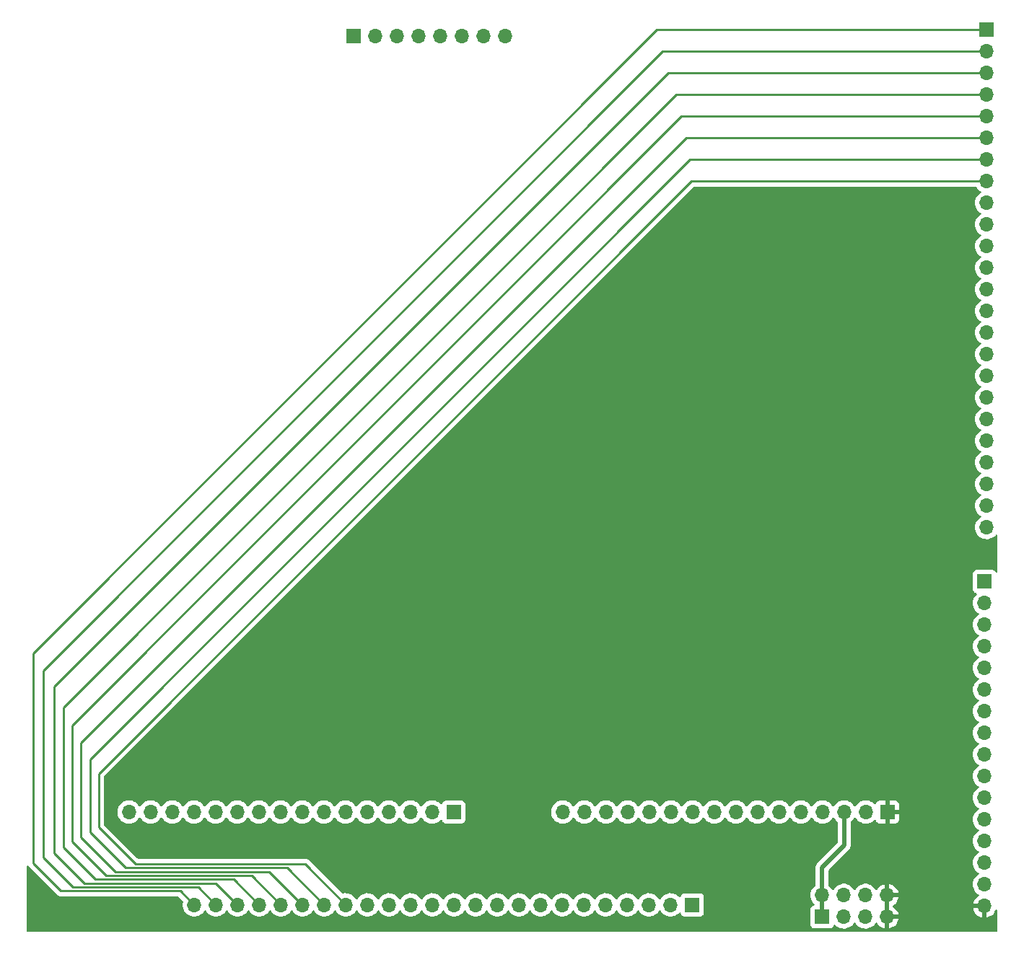
<source format=gbr>
%TF.GenerationSoftware,KiCad,Pcbnew,(6.0.0-0)*%
%TF.CreationDate,2022-02-02T01:00:52-05:00*%
%TF.ProjectId,Memory-Backplane,4d656d6f-7279-42d4-9261-636b706c616e,rev?*%
%TF.SameCoordinates,Original*%
%TF.FileFunction,Copper,L2,Bot*%
%TF.FilePolarity,Positive*%
%FSLAX46Y46*%
G04 Gerber Fmt 4.6, Leading zero omitted, Abs format (unit mm)*
G04 Created by KiCad (PCBNEW (6.0.0-0)) date 2022-02-02 01:00:52*
%MOMM*%
%LPD*%
G01*
G04 APERTURE LIST*
%TA.AperFunction,ComponentPad*%
%ADD10R,1.700000X1.700000*%
%TD*%
%TA.AperFunction,ComponentPad*%
%ADD11O,1.700000X1.700000*%
%TD*%
%TA.AperFunction,Conductor*%
%ADD12C,0.250000*%
%TD*%
%TA.AperFunction,Conductor*%
%ADD13C,0.500000*%
%TD*%
G04 APERTURE END LIST*
D10*
%TO.P,J4,1,Pin_1*%
%TO.N,ADDR_BUS15*%
X125152000Y-135098000D03*
D11*
%TO.P,J4,2,Pin_2*%
%TO.N,ADDR_BUS14*%
X122612000Y-135098000D03*
%TO.P,J4,3,Pin_3*%
%TO.N,ADDR_BUS13*%
X120072000Y-135098000D03*
%TO.P,J4,4,Pin_4*%
%TO.N,ADDR_BUS12*%
X117532000Y-135098000D03*
%TO.P,J4,5,Pin_5*%
%TO.N,ADDR_BUS11*%
X114992000Y-135098000D03*
%TO.P,J4,6,Pin_6*%
%TO.N,ADDR_BUS10*%
X112452000Y-135098000D03*
%TO.P,J4,7,Pin_7*%
%TO.N,ADDR_BUS9*%
X109912000Y-135098000D03*
%TO.P,J4,8,Pin_8*%
%TO.N,ADDR_BUS8*%
X107372000Y-135098000D03*
%TO.P,J4,9,Pin_9*%
%TO.N,ADDR_BUS7*%
X104832000Y-135098000D03*
%TO.P,J4,10,Pin_10*%
%TO.N,ADDR_BUS6*%
X102292000Y-135098000D03*
%TO.P,J4,11,Pin_11*%
%TO.N,ADDR_BUS5*%
X99752000Y-135098000D03*
%TO.P,J4,12,Pin_12*%
%TO.N,ADDR_BUS4*%
X97212000Y-135098000D03*
%TO.P,J4,13,Pin_13*%
%TO.N,ADDR_BUS3*%
X94672000Y-135098000D03*
%TO.P,J4,14,Pin_14*%
%TO.N,ADDR_BUS2*%
X92132000Y-135098000D03*
%TO.P,J4,15,Pin_15*%
%TO.N,ADDR_BUS1*%
X89592000Y-135098000D03*
%TO.P,J4,16,Pin_16*%
%TO.N,ADDR_BUS0*%
X87052000Y-135098000D03*
%TD*%
D10*
%TO.P,J5,1,Pin_1*%
%TO.N,+5V*%
X176040000Y-135100000D03*
D11*
%TO.P,J5,2,Pin_2*%
%TO.N,GND*%
X173500000Y-135100000D03*
%TO.P,J5,3,Pin_3*%
%TO.N,RESET*%
X170960000Y-135100000D03*
%TO.P,J5,4,Pin_4*%
%TO.N,CLOCK*%
X168420000Y-135100000D03*
%TO.P,J5,5,Pin_5*%
%TO.N,~{LATCH_MAR}*%
X165880000Y-135100000D03*
%TO.P,J5,6,Pin_6*%
%TO.N,~{LATCH_DATA_SEGMENT}*%
X163340000Y-135100000D03*
%TO.P,J5,7,Pin_7*%
%TO.N,~{LATCH_CODE_SEGMENT}*%
X160800000Y-135100000D03*
%TO.P,J5,8,Pin_8*%
%TO.N,~{LATCH_STACK_SEGMENT}*%
X158260000Y-135100000D03*
%TO.P,J5,9,Pin_9*%
%TO.N,~{DATA_SEGMENT_OUT}*%
X155720000Y-135100000D03*
%TO.P,J5,10,Pin_10*%
%TO.N,~{CODE_SEGMENT_OUT}*%
X153180000Y-135100000D03*
%TO.P,J5,11,Pin_11*%
%TO.N,~{STACK_SEGMENT_OUT}*%
X150640000Y-135100000D03*
%TO.P,J5,12,Pin_12*%
%TO.N,~{USE_DATA_SEGMENT}*%
X148100000Y-135100000D03*
%TO.P,J5,13,Pin_13*%
%TO.N,~{USE_CODE_SEGMENT}*%
X145560000Y-135100000D03*
%TO.P,J5,14,Pin_14*%
%TO.N,~{USE_STACK_SEGMENT}*%
X143020000Y-135100000D03*
%TO.P,J5,15,Pin_15*%
%TO.N,~{READ}*%
X140480000Y-135100000D03*
%TO.P,J5,16,Pin_16*%
%TO.N,~{WRITE}*%
X137940000Y-135100000D03*
%TD*%
D10*
%TO.P,J7,1,Pin_1*%
%TO.N,RESET*%
X168390000Y-147422000D03*
D11*
%TO.P,J7,2,Pin_2*%
X168390000Y-144882000D03*
%TO.P,J7,3,Pin_3*%
%TO.N,CLOCK*%
X170930000Y-147422000D03*
%TO.P,J7,4,Pin_4*%
X170930000Y-144882000D03*
%TO.P,J7,5,Pin_5*%
%TO.N,GND*%
X173470000Y-147422000D03*
%TO.P,J7,6,Pin_6*%
X173470000Y-144882000D03*
%TO.P,J7,7,Pin_7*%
%TO.N,+5V*%
X176010000Y-147422000D03*
%TO.P,J7,8,Pin_8*%
X176010000Y-144882000D03*
%TD*%
D10*
%TO.P,J2,1,Pin_1*%
%TO.N,BUS7*%
X113427000Y-44048000D03*
D11*
%TO.P,J2,2,Pin_2*%
%TO.N,BUS6*%
X115967000Y-44048000D03*
%TO.P,J2,3,Pin_3*%
%TO.N,BUS5*%
X118507000Y-44048000D03*
%TO.P,J2,4,Pin_4*%
%TO.N,BUS4*%
X121047000Y-44048000D03*
%TO.P,J2,5,Pin_5*%
%TO.N,BUS3*%
X123587000Y-44048000D03*
%TO.P,J2,6,Pin_6*%
%TO.N,BUS2*%
X126127000Y-44048000D03*
%TO.P,J2,7,Pin_7*%
%TO.N,BUS1*%
X128667000Y-44048000D03*
%TO.P,J2,8,Pin_8*%
%TO.N,BUS0*%
X131207000Y-44048000D03*
%TD*%
D10*
%TO.P,J6,1,Pin_1*%
%TO.N,BUS0*%
X187694000Y-43282000D03*
D11*
%TO.P,J6,2,Pin_2*%
%TO.N,BUS1*%
X187694000Y-45822000D03*
%TO.P,J6,3,Pin_3*%
%TO.N,BUS2*%
X187694000Y-48362000D03*
%TO.P,J6,4,Pin_4*%
%TO.N,BUS3*%
X187694000Y-50902000D03*
%TO.P,J6,5,Pin_5*%
%TO.N,BUS4*%
X187694000Y-53442000D03*
%TO.P,J6,6,Pin_6*%
%TO.N,BUS5*%
X187694000Y-55982000D03*
%TO.P,J6,7,Pin_7*%
%TO.N,BUS6*%
X187694000Y-58522000D03*
%TO.P,J6,8,Pin_8*%
%TO.N,BUS7*%
X187694000Y-61062000D03*
%TO.P,J6,9,Pin_9*%
%TO.N,ADDR_BUS0*%
X187694000Y-63602000D03*
%TO.P,J6,10,Pin_10*%
%TO.N,ADDR_BUS1*%
X187694000Y-66142000D03*
%TO.P,J6,11,Pin_11*%
%TO.N,ADDR_BUS2*%
X187694000Y-68682000D03*
%TO.P,J6,12,Pin_12*%
%TO.N,ADDR_BUS3*%
X187694000Y-71222000D03*
%TO.P,J6,13,Pin_13*%
%TO.N,ADDR_BUS4*%
X187694000Y-73762000D03*
%TO.P,J6,14,Pin_14*%
%TO.N,ADDR_BUS5*%
X187694000Y-76302000D03*
%TO.P,J6,15,Pin_15*%
%TO.N,ADDR_BUS6*%
X187694000Y-78842000D03*
%TO.P,J6,16,Pin_16*%
%TO.N,ADDR_BUS7*%
X187694000Y-81382000D03*
%TO.P,J6,17,Pin_17*%
%TO.N,ADDR_BUS8*%
X187694000Y-83922000D03*
%TO.P,J6,18,Pin_18*%
%TO.N,ADDR_BUS9*%
X187694000Y-86462000D03*
%TO.P,J6,19,Pin_19*%
%TO.N,ADDR_BUS10*%
X187694000Y-89002000D03*
%TO.P,J6,20,Pin_20*%
%TO.N,ADDR_BUS11*%
X187694000Y-91542000D03*
%TO.P,J6,21,Pin_21*%
%TO.N,ADDR_BUS12*%
X187694000Y-94082000D03*
%TO.P,J6,22,Pin_22*%
%TO.N,ADDR_BUS13*%
X187694000Y-96622000D03*
%TO.P,J6,23,Pin_23*%
%TO.N,ADDR_BUS14*%
X187694000Y-99162000D03*
%TO.P,J6,24,Pin_24*%
%TO.N,ADDR_BUS15*%
X187694000Y-101702000D03*
%TD*%
D10*
%TO.P,J3,1,Pin_1*%
%TO.N,ADDR_BUS15*%
X153150000Y-145992000D03*
D11*
%TO.P,J3,2,Pin_2*%
%TO.N,ADDR_BUS14*%
X150610000Y-145992000D03*
%TO.P,J3,3,Pin_3*%
%TO.N,ADDR_BUS13*%
X148070000Y-145992000D03*
%TO.P,J3,4,Pin_4*%
%TO.N,ADDR_BUS12*%
X145530000Y-145992000D03*
%TO.P,J3,5,Pin_5*%
%TO.N,ADDR_BUS11*%
X142990000Y-145992000D03*
%TO.P,J3,6,Pin_6*%
%TO.N,ADDR_BUS10*%
X140450000Y-145992000D03*
%TO.P,J3,7,Pin_7*%
%TO.N,ADDR_BUS9*%
X137910000Y-145992000D03*
%TO.P,J3,8,Pin_8*%
%TO.N,ADDR_BUS8*%
X135370000Y-145992000D03*
%TO.P,J3,9,Pin_9*%
%TO.N,ADDR_BUS7*%
X132830000Y-145992000D03*
%TO.P,J3,10,Pin_10*%
%TO.N,ADDR_BUS6*%
X130290000Y-145992000D03*
%TO.P,J3,11,Pin_11*%
%TO.N,ADDR_BUS5*%
X127750000Y-145992000D03*
%TO.P,J3,12,Pin_12*%
%TO.N,ADDR_BUS4*%
X125210000Y-145992000D03*
%TO.P,J3,13,Pin_13*%
%TO.N,ADDR_BUS3*%
X122670000Y-145992000D03*
%TO.P,J3,14,Pin_14*%
%TO.N,ADDR_BUS2*%
X120130000Y-145992000D03*
%TO.P,J3,15,Pin_15*%
%TO.N,ADDR_BUS1*%
X117590000Y-145992000D03*
%TO.P,J3,16,Pin_16*%
%TO.N,ADDR_BUS0*%
X115050000Y-145992000D03*
%TO.P,J3,17,Pin_17*%
%TO.N,BUS7*%
X112510000Y-145992000D03*
%TO.P,J3,18,Pin_18*%
%TO.N,BUS6*%
X109970000Y-145992000D03*
%TO.P,J3,19,Pin_19*%
%TO.N,BUS5*%
X107430000Y-145992000D03*
%TO.P,J3,20,Pin_20*%
%TO.N,BUS4*%
X104890000Y-145992000D03*
%TO.P,J3,21,Pin_21*%
%TO.N,BUS3*%
X102350000Y-145992000D03*
%TO.P,J3,22,Pin_22*%
%TO.N,BUS2*%
X99810000Y-145992000D03*
%TO.P,J3,23,Pin_23*%
%TO.N,BUS1*%
X97270000Y-145992000D03*
%TO.P,J3,24,Pin_24*%
%TO.N,BUS0*%
X94730000Y-145992000D03*
%TD*%
D10*
%TO.P,J1,1,Pin_1*%
%TO.N,~{WRITE}*%
X187440000Y-108052000D03*
D11*
%TO.P,J1,2,Pin_2*%
%TO.N,~{READ}*%
X187440000Y-110592000D03*
%TO.P,J1,3,Pin_3*%
%TO.N,~{USE_STACK_SEGMENT}*%
X187440000Y-113132000D03*
%TO.P,J1,4,Pin_4*%
%TO.N,~{USE_CODE_SEGMENT}*%
X187440000Y-115672000D03*
%TO.P,J1,5,Pin_5*%
%TO.N,~{USE_DATA_SEGMENT}*%
X187440000Y-118212000D03*
%TO.P,J1,6,Pin_6*%
%TO.N,~{STACK_SEGMENT_OUT}*%
X187440000Y-120752000D03*
%TO.P,J1,7,Pin_7*%
%TO.N,~{CODE_SEGMENT_OUT}*%
X187440000Y-123292000D03*
%TO.P,J1,8,Pin_8*%
%TO.N,~{DATA_SEGMENT_OUT}*%
X187440000Y-125832000D03*
%TO.P,J1,9,Pin_9*%
%TO.N,~{LATCH_STACK_SEGMENT}*%
X187440000Y-128372000D03*
%TO.P,J1,10,Pin_10*%
%TO.N,~{LATCH_CODE_SEGMENT}*%
X187440000Y-130912000D03*
%TO.P,J1,11,Pin_11*%
%TO.N,~{LATCH_DATA_SEGMENT}*%
X187440000Y-133452000D03*
%TO.P,J1,12,Pin_12*%
%TO.N,~{LATCH_MAR}*%
X187440000Y-135992000D03*
%TO.P,J1,13,Pin_13*%
%TO.N,CLOCK*%
X187440000Y-138532000D03*
%TO.P,J1,14,Pin_14*%
%TO.N,RESET*%
X187440000Y-141072000D03*
%TO.P,J1,15,Pin_15*%
%TO.N,GND*%
X187440000Y-143612000D03*
%TO.P,J1,16,Pin_16*%
%TO.N,+5V*%
X187440000Y-146152000D03*
%TD*%
D12*
%TO.N,BUS0*%
X187694000Y-43282000D02*
X148998000Y-43282000D01*
X148998000Y-43282000D02*
X75820000Y-116460000D01*
X75820000Y-141110000D02*
X79070000Y-144360000D01*
X75820000Y-116460000D02*
X75820000Y-141110000D01*
X79070000Y-144360000D02*
X93098000Y-144360000D01*
X93098000Y-144360000D02*
X94730000Y-145992000D01*
%TO.N,BUS1*%
X187694000Y-45822000D02*
X149688000Y-45822000D01*
X149688000Y-45822000D02*
X77010000Y-118500000D01*
X77010000Y-118500000D02*
X77010000Y-140450000D01*
X77010000Y-140450000D02*
X80467064Y-143907064D01*
X80467064Y-143907064D02*
X95185064Y-143907064D01*
X95185064Y-143907064D02*
X97270000Y-145992000D01*
%TO.N,BUS2*%
X78260000Y-139910000D02*
X81807553Y-143457553D01*
X81807553Y-143457553D02*
X97275553Y-143457553D01*
X187694000Y-48362000D02*
X150308000Y-48362000D01*
X78260000Y-120410000D02*
X78260000Y-139910000D01*
X150308000Y-48362000D02*
X78260000Y-120410000D01*
X97275553Y-143457553D02*
X99810000Y-145992000D01*
%TO.N,BUS3*%
X187694000Y-50902000D02*
X151258000Y-50902000D01*
X99366042Y-143008042D02*
X102350000Y-145992000D01*
X79360000Y-139260000D02*
X83108042Y-143008042D01*
X151258000Y-50902000D02*
X79360000Y-122800000D01*
X83108042Y-143008042D02*
X99366042Y-143008042D01*
X79360000Y-122800000D02*
X79360000Y-139260000D01*
%TO.N,BUS4*%
X187694000Y-53442000D02*
X151878000Y-53442000D01*
X80370000Y-124950000D02*
X80370000Y-138540000D01*
X84388533Y-142558533D02*
X101456533Y-142558533D01*
X151878000Y-53442000D02*
X80370000Y-124950000D01*
X80370000Y-138540000D02*
X84388533Y-142558533D01*
X101456533Y-142558533D02*
X104890000Y-145992000D01*
%TO.N,BUS5*%
X187694000Y-55982000D02*
X152468000Y-55982000D01*
X152468000Y-55982000D02*
X81430000Y-127020000D01*
X81430000Y-127020000D02*
X81430000Y-138030000D01*
X81430000Y-138030000D02*
X85509022Y-142109022D01*
X85509022Y-142109022D02*
X103547022Y-142109022D01*
X103547022Y-142109022D02*
X107430000Y-145992000D01*
%TO.N,BUS6*%
X187694000Y-58522000D02*
X152908000Y-58522000D01*
X82480000Y-137490000D02*
X86649511Y-141659511D01*
X86649511Y-141659511D02*
X105637511Y-141659511D01*
X105637511Y-141659511D02*
X109970000Y-145992000D01*
X152908000Y-58522000D02*
X82480000Y-128950000D01*
X82480000Y-128950000D02*
X82480000Y-137490000D01*
%TO.N,BUS7*%
X187694000Y-61062000D02*
X153078000Y-61062000D01*
X153078000Y-61062000D02*
X83490000Y-130650000D01*
X83490000Y-136880000D02*
X87820000Y-141210000D01*
X83490000Y-130650000D02*
X83490000Y-136880000D01*
X87820000Y-141210000D02*
X107728000Y-141210000D01*
X107728000Y-141210000D02*
X112510000Y-145992000D01*
D13*
%TO.N,RESET*%
X168390000Y-144882000D02*
X168390000Y-141590000D01*
X168390000Y-141590000D02*
X170960000Y-139020000D01*
X170960000Y-139020000D02*
X170960000Y-135100000D01*
X168390000Y-147422000D02*
X168390000Y-144882000D01*
%TD*%
%TA.AperFunction,Conductor*%
%TO.N,+5V*%
G36*
X186486395Y-61715502D02*
G01*
X186525707Y-61755665D01*
X186593987Y-61867088D01*
X186740250Y-62035938D01*
X186912126Y-62178632D01*
X186982595Y-62219811D01*
X186985445Y-62221476D01*
X187034169Y-62273114D01*
X187047240Y-62342897D01*
X187020509Y-62408669D01*
X186980055Y-62442027D01*
X186967607Y-62448507D01*
X186963474Y-62451610D01*
X186963471Y-62451612D01*
X186939247Y-62469800D01*
X186788965Y-62582635D01*
X186634629Y-62744138D01*
X186508743Y-62928680D01*
X186414688Y-63131305D01*
X186354989Y-63346570D01*
X186331251Y-63568695D01*
X186344110Y-63791715D01*
X186345247Y-63796761D01*
X186345248Y-63796767D01*
X186369304Y-63903508D01*
X186393222Y-64009639D01*
X186477266Y-64216616D01*
X186593987Y-64407088D01*
X186740250Y-64575938D01*
X186912126Y-64718632D01*
X186982595Y-64759811D01*
X186985445Y-64761476D01*
X187034169Y-64813114D01*
X187047240Y-64882897D01*
X187020509Y-64948669D01*
X186980055Y-64982027D01*
X186967607Y-64988507D01*
X186963474Y-64991610D01*
X186963471Y-64991612D01*
X186939247Y-65009800D01*
X186788965Y-65122635D01*
X186634629Y-65284138D01*
X186508743Y-65468680D01*
X186414688Y-65671305D01*
X186354989Y-65886570D01*
X186331251Y-66108695D01*
X186344110Y-66331715D01*
X186345247Y-66336761D01*
X186345248Y-66336767D01*
X186369304Y-66443508D01*
X186393222Y-66549639D01*
X186477266Y-66756616D01*
X186593987Y-66947088D01*
X186740250Y-67115938D01*
X186912126Y-67258632D01*
X186982595Y-67299811D01*
X186985445Y-67301476D01*
X187034169Y-67353114D01*
X187047240Y-67422897D01*
X187020509Y-67488669D01*
X186980055Y-67522027D01*
X186967607Y-67528507D01*
X186963474Y-67531610D01*
X186963471Y-67531612D01*
X186939247Y-67549800D01*
X186788965Y-67662635D01*
X186634629Y-67824138D01*
X186508743Y-68008680D01*
X186414688Y-68211305D01*
X186354989Y-68426570D01*
X186331251Y-68648695D01*
X186344110Y-68871715D01*
X186345247Y-68876761D01*
X186345248Y-68876767D01*
X186369304Y-68983508D01*
X186393222Y-69089639D01*
X186477266Y-69296616D01*
X186593987Y-69487088D01*
X186740250Y-69655938D01*
X186912126Y-69798632D01*
X186982595Y-69839811D01*
X186985445Y-69841476D01*
X187034169Y-69893114D01*
X187047240Y-69962897D01*
X187020509Y-70028669D01*
X186980055Y-70062027D01*
X186967607Y-70068507D01*
X186963474Y-70071610D01*
X186963471Y-70071612D01*
X186939247Y-70089800D01*
X186788965Y-70202635D01*
X186634629Y-70364138D01*
X186508743Y-70548680D01*
X186414688Y-70751305D01*
X186354989Y-70966570D01*
X186331251Y-71188695D01*
X186344110Y-71411715D01*
X186345247Y-71416761D01*
X186345248Y-71416767D01*
X186369304Y-71523508D01*
X186393222Y-71629639D01*
X186477266Y-71836616D01*
X186593987Y-72027088D01*
X186740250Y-72195938D01*
X186912126Y-72338632D01*
X186982595Y-72379811D01*
X186985445Y-72381476D01*
X187034169Y-72433114D01*
X187047240Y-72502897D01*
X187020509Y-72568669D01*
X186980055Y-72602027D01*
X186967607Y-72608507D01*
X186963474Y-72611610D01*
X186963471Y-72611612D01*
X186939247Y-72629800D01*
X186788965Y-72742635D01*
X186634629Y-72904138D01*
X186508743Y-73088680D01*
X186414688Y-73291305D01*
X186354989Y-73506570D01*
X186331251Y-73728695D01*
X186344110Y-73951715D01*
X186345247Y-73956761D01*
X186345248Y-73956767D01*
X186369304Y-74063508D01*
X186393222Y-74169639D01*
X186477266Y-74376616D01*
X186593987Y-74567088D01*
X186740250Y-74735938D01*
X186912126Y-74878632D01*
X186982595Y-74919811D01*
X186985445Y-74921476D01*
X187034169Y-74973114D01*
X187047240Y-75042897D01*
X187020509Y-75108669D01*
X186980055Y-75142027D01*
X186967607Y-75148507D01*
X186963474Y-75151610D01*
X186963471Y-75151612D01*
X186939247Y-75169800D01*
X186788965Y-75282635D01*
X186634629Y-75444138D01*
X186508743Y-75628680D01*
X186414688Y-75831305D01*
X186354989Y-76046570D01*
X186331251Y-76268695D01*
X186344110Y-76491715D01*
X186345247Y-76496761D01*
X186345248Y-76496767D01*
X186369304Y-76603508D01*
X186393222Y-76709639D01*
X186477266Y-76916616D01*
X186593987Y-77107088D01*
X186740250Y-77275938D01*
X186912126Y-77418632D01*
X186982595Y-77459811D01*
X186985445Y-77461476D01*
X187034169Y-77513114D01*
X187047240Y-77582897D01*
X187020509Y-77648669D01*
X186980055Y-77682027D01*
X186967607Y-77688507D01*
X186963474Y-77691610D01*
X186963471Y-77691612D01*
X186939247Y-77709800D01*
X186788965Y-77822635D01*
X186634629Y-77984138D01*
X186508743Y-78168680D01*
X186414688Y-78371305D01*
X186354989Y-78586570D01*
X186331251Y-78808695D01*
X186344110Y-79031715D01*
X186345247Y-79036761D01*
X186345248Y-79036767D01*
X186369304Y-79143508D01*
X186393222Y-79249639D01*
X186477266Y-79456616D01*
X186593987Y-79647088D01*
X186740250Y-79815938D01*
X186912126Y-79958632D01*
X186982595Y-79999811D01*
X186985445Y-80001476D01*
X187034169Y-80053114D01*
X187047240Y-80122897D01*
X187020509Y-80188669D01*
X186980055Y-80222027D01*
X186967607Y-80228507D01*
X186963474Y-80231610D01*
X186963471Y-80231612D01*
X186939247Y-80249800D01*
X186788965Y-80362635D01*
X186634629Y-80524138D01*
X186508743Y-80708680D01*
X186414688Y-80911305D01*
X186354989Y-81126570D01*
X186331251Y-81348695D01*
X186344110Y-81571715D01*
X186345247Y-81576761D01*
X186345248Y-81576767D01*
X186369304Y-81683508D01*
X186393222Y-81789639D01*
X186477266Y-81996616D01*
X186593987Y-82187088D01*
X186740250Y-82355938D01*
X186912126Y-82498632D01*
X186982595Y-82539811D01*
X186985445Y-82541476D01*
X187034169Y-82593114D01*
X187047240Y-82662897D01*
X187020509Y-82728669D01*
X186980055Y-82762027D01*
X186967607Y-82768507D01*
X186963474Y-82771610D01*
X186963471Y-82771612D01*
X186939247Y-82789800D01*
X186788965Y-82902635D01*
X186634629Y-83064138D01*
X186508743Y-83248680D01*
X186414688Y-83451305D01*
X186354989Y-83666570D01*
X186331251Y-83888695D01*
X186344110Y-84111715D01*
X186345247Y-84116761D01*
X186345248Y-84116767D01*
X186369304Y-84223508D01*
X186393222Y-84329639D01*
X186477266Y-84536616D01*
X186593987Y-84727088D01*
X186740250Y-84895938D01*
X186912126Y-85038632D01*
X186982595Y-85079811D01*
X186985445Y-85081476D01*
X187034169Y-85133114D01*
X187047240Y-85202897D01*
X187020509Y-85268669D01*
X186980055Y-85302027D01*
X186967607Y-85308507D01*
X186963474Y-85311610D01*
X186963471Y-85311612D01*
X186939247Y-85329800D01*
X186788965Y-85442635D01*
X186634629Y-85604138D01*
X186508743Y-85788680D01*
X186414688Y-85991305D01*
X186354989Y-86206570D01*
X186331251Y-86428695D01*
X186344110Y-86651715D01*
X186345247Y-86656761D01*
X186345248Y-86656767D01*
X186369304Y-86763508D01*
X186393222Y-86869639D01*
X186477266Y-87076616D01*
X186593987Y-87267088D01*
X186740250Y-87435938D01*
X186912126Y-87578632D01*
X186982595Y-87619811D01*
X186985445Y-87621476D01*
X187034169Y-87673114D01*
X187047240Y-87742897D01*
X187020509Y-87808669D01*
X186980055Y-87842027D01*
X186967607Y-87848507D01*
X186963474Y-87851610D01*
X186963471Y-87851612D01*
X186939247Y-87869800D01*
X186788965Y-87982635D01*
X186634629Y-88144138D01*
X186508743Y-88328680D01*
X186414688Y-88531305D01*
X186354989Y-88746570D01*
X186331251Y-88968695D01*
X186344110Y-89191715D01*
X186345247Y-89196761D01*
X186345248Y-89196767D01*
X186369304Y-89303508D01*
X186393222Y-89409639D01*
X186477266Y-89616616D01*
X186593987Y-89807088D01*
X186740250Y-89975938D01*
X186912126Y-90118632D01*
X186982595Y-90159811D01*
X186985445Y-90161476D01*
X187034169Y-90213114D01*
X187047240Y-90282897D01*
X187020509Y-90348669D01*
X186980055Y-90382027D01*
X186967607Y-90388507D01*
X186963474Y-90391610D01*
X186963471Y-90391612D01*
X186939247Y-90409800D01*
X186788965Y-90522635D01*
X186634629Y-90684138D01*
X186508743Y-90868680D01*
X186414688Y-91071305D01*
X186354989Y-91286570D01*
X186331251Y-91508695D01*
X186344110Y-91731715D01*
X186345247Y-91736761D01*
X186345248Y-91736767D01*
X186369304Y-91843508D01*
X186393222Y-91949639D01*
X186477266Y-92156616D01*
X186593987Y-92347088D01*
X186740250Y-92515938D01*
X186912126Y-92658632D01*
X186982595Y-92699811D01*
X186985445Y-92701476D01*
X187034169Y-92753114D01*
X187047240Y-92822897D01*
X187020509Y-92888669D01*
X186980055Y-92922027D01*
X186967607Y-92928507D01*
X186963474Y-92931610D01*
X186963471Y-92931612D01*
X186939247Y-92949800D01*
X186788965Y-93062635D01*
X186634629Y-93224138D01*
X186508743Y-93408680D01*
X186414688Y-93611305D01*
X186354989Y-93826570D01*
X186331251Y-94048695D01*
X186344110Y-94271715D01*
X186345247Y-94276761D01*
X186345248Y-94276767D01*
X186369304Y-94383508D01*
X186393222Y-94489639D01*
X186477266Y-94696616D01*
X186593987Y-94887088D01*
X186740250Y-95055938D01*
X186912126Y-95198632D01*
X186982595Y-95239811D01*
X186985445Y-95241476D01*
X187034169Y-95293114D01*
X187047240Y-95362897D01*
X187020509Y-95428669D01*
X186980055Y-95462027D01*
X186967607Y-95468507D01*
X186963474Y-95471610D01*
X186963471Y-95471612D01*
X186939247Y-95489800D01*
X186788965Y-95602635D01*
X186634629Y-95764138D01*
X186508743Y-95948680D01*
X186414688Y-96151305D01*
X186354989Y-96366570D01*
X186331251Y-96588695D01*
X186344110Y-96811715D01*
X186345247Y-96816761D01*
X186345248Y-96816767D01*
X186369304Y-96923508D01*
X186393222Y-97029639D01*
X186477266Y-97236616D01*
X186593987Y-97427088D01*
X186740250Y-97595938D01*
X186912126Y-97738632D01*
X186982595Y-97779811D01*
X186985445Y-97781476D01*
X187034169Y-97833114D01*
X187047240Y-97902897D01*
X187020509Y-97968669D01*
X186980055Y-98002027D01*
X186967607Y-98008507D01*
X186963474Y-98011610D01*
X186963471Y-98011612D01*
X186939247Y-98029800D01*
X186788965Y-98142635D01*
X186634629Y-98304138D01*
X186508743Y-98488680D01*
X186414688Y-98691305D01*
X186354989Y-98906570D01*
X186331251Y-99128695D01*
X186344110Y-99351715D01*
X186345247Y-99356761D01*
X186345248Y-99356767D01*
X186369304Y-99463508D01*
X186393222Y-99569639D01*
X186477266Y-99776616D01*
X186593987Y-99967088D01*
X186740250Y-100135938D01*
X186912126Y-100278632D01*
X186982595Y-100319811D01*
X186985445Y-100321476D01*
X187034169Y-100373114D01*
X187047240Y-100442897D01*
X187020509Y-100508669D01*
X186980055Y-100542027D01*
X186967607Y-100548507D01*
X186963474Y-100551610D01*
X186963471Y-100551612D01*
X186939247Y-100569800D01*
X186788965Y-100682635D01*
X186634629Y-100844138D01*
X186508743Y-101028680D01*
X186414688Y-101231305D01*
X186354989Y-101446570D01*
X186331251Y-101668695D01*
X186344110Y-101891715D01*
X186345247Y-101896761D01*
X186345248Y-101896767D01*
X186369304Y-102003508D01*
X186393222Y-102109639D01*
X186477266Y-102316616D01*
X186593987Y-102507088D01*
X186740250Y-102675938D01*
X186912126Y-102818632D01*
X187105000Y-102931338D01*
X187313692Y-103011030D01*
X187318760Y-103012061D01*
X187318763Y-103012062D01*
X187426017Y-103033883D01*
X187532597Y-103055567D01*
X187537772Y-103055757D01*
X187537774Y-103055757D01*
X187750673Y-103063564D01*
X187750677Y-103063564D01*
X187755837Y-103063753D01*
X187760957Y-103063097D01*
X187760959Y-103063097D01*
X187972288Y-103036025D01*
X187972289Y-103036025D01*
X187977416Y-103035368D01*
X187982366Y-103033883D01*
X188186429Y-102972661D01*
X188186434Y-102972659D01*
X188191384Y-102971174D01*
X188391994Y-102872896D01*
X188573860Y-102743173D01*
X188732096Y-102585489D01*
X188735109Y-102581296D01*
X188735114Y-102581290D01*
X188735674Y-102580510D01*
X188735981Y-102580271D01*
X188738465Y-102577352D01*
X188739067Y-102577865D01*
X188791666Y-102536859D01*
X188862369Y-102530410D01*
X188925335Y-102563210D01*
X188960573Y-102624844D01*
X188964000Y-102654031D01*
X188964000Y-106875139D01*
X188943998Y-106943260D01*
X188890342Y-106989753D01*
X188820068Y-106999857D01*
X188755488Y-106970363D01*
X188737174Y-106950704D01*
X188658642Y-106845919D01*
X188653261Y-106838739D01*
X188536705Y-106751385D01*
X188400316Y-106700255D01*
X188338134Y-106693500D01*
X186541866Y-106693500D01*
X186479684Y-106700255D01*
X186343295Y-106751385D01*
X186226739Y-106838739D01*
X186139385Y-106955295D01*
X186088255Y-107091684D01*
X186081500Y-107153866D01*
X186081500Y-108950134D01*
X186088255Y-109012316D01*
X186139385Y-109148705D01*
X186226739Y-109265261D01*
X186343295Y-109352615D01*
X186351704Y-109355767D01*
X186351705Y-109355768D01*
X186460451Y-109396535D01*
X186517216Y-109439176D01*
X186541916Y-109505738D01*
X186526709Y-109575087D01*
X186507316Y-109601568D01*
X186380629Y-109734138D01*
X186254743Y-109918680D01*
X186160688Y-110121305D01*
X186100989Y-110336570D01*
X186077251Y-110558695D01*
X186090110Y-110781715D01*
X186091247Y-110786761D01*
X186091248Y-110786767D01*
X186112275Y-110880069D01*
X186139222Y-110999639D01*
X186223266Y-111206616D01*
X186339987Y-111397088D01*
X186486250Y-111565938D01*
X186658126Y-111708632D01*
X186728595Y-111749811D01*
X186731445Y-111751476D01*
X186780169Y-111803114D01*
X186793240Y-111872897D01*
X186766509Y-111938669D01*
X186726055Y-111972027D01*
X186713607Y-111978507D01*
X186709474Y-111981610D01*
X186709471Y-111981612D01*
X186685247Y-111999800D01*
X186534965Y-112112635D01*
X186380629Y-112274138D01*
X186254743Y-112458680D01*
X186160688Y-112661305D01*
X186100989Y-112876570D01*
X186077251Y-113098695D01*
X186090110Y-113321715D01*
X186091247Y-113326761D01*
X186091248Y-113326767D01*
X186112275Y-113420069D01*
X186139222Y-113539639D01*
X186223266Y-113746616D01*
X186339987Y-113937088D01*
X186486250Y-114105938D01*
X186658126Y-114248632D01*
X186728595Y-114289811D01*
X186731445Y-114291476D01*
X186780169Y-114343114D01*
X186793240Y-114412897D01*
X186766509Y-114478669D01*
X186726055Y-114512027D01*
X186713607Y-114518507D01*
X186709474Y-114521610D01*
X186709471Y-114521612D01*
X186685247Y-114539800D01*
X186534965Y-114652635D01*
X186380629Y-114814138D01*
X186254743Y-114998680D01*
X186160688Y-115201305D01*
X186100989Y-115416570D01*
X186077251Y-115638695D01*
X186090110Y-115861715D01*
X186091247Y-115866761D01*
X186091248Y-115866767D01*
X186111437Y-115956348D01*
X186139222Y-116079639D01*
X186177461Y-116173811D01*
X186210090Y-116254166D01*
X186223266Y-116286616D01*
X186225965Y-116291020D01*
X186317225Y-116439943D01*
X186339987Y-116477088D01*
X186486250Y-116645938D01*
X186658126Y-116788632D01*
X186728595Y-116829811D01*
X186731445Y-116831476D01*
X186780169Y-116883114D01*
X186793240Y-116952897D01*
X186766509Y-117018669D01*
X186726055Y-117052027D01*
X186713607Y-117058507D01*
X186709474Y-117061610D01*
X186709471Y-117061612D01*
X186685247Y-117079800D01*
X186534965Y-117192635D01*
X186380629Y-117354138D01*
X186254743Y-117538680D01*
X186160688Y-117741305D01*
X186100989Y-117956570D01*
X186077251Y-118178695D01*
X186090110Y-118401715D01*
X186091247Y-118406761D01*
X186091248Y-118406767D01*
X186112275Y-118500069D01*
X186139222Y-118619639D01*
X186223266Y-118826616D01*
X186339987Y-119017088D01*
X186486250Y-119185938D01*
X186658126Y-119328632D01*
X186728595Y-119369811D01*
X186731445Y-119371476D01*
X186780169Y-119423114D01*
X186793240Y-119492897D01*
X186766509Y-119558669D01*
X186726055Y-119592027D01*
X186713607Y-119598507D01*
X186709474Y-119601610D01*
X186709471Y-119601612D01*
X186685247Y-119619800D01*
X186534965Y-119732635D01*
X186380629Y-119894138D01*
X186254743Y-120078680D01*
X186239003Y-120112590D01*
X186196495Y-120204166D01*
X186160688Y-120281305D01*
X186100989Y-120496570D01*
X186077251Y-120718695D01*
X186090110Y-120941715D01*
X186091247Y-120946761D01*
X186091248Y-120946767D01*
X186112275Y-121040069D01*
X186139222Y-121159639D01*
X186223266Y-121366616D01*
X186339987Y-121557088D01*
X186486250Y-121725938D01*
X186658126Y-121868632D01*
X186728595Y-121909811D01*
X186731445Y-121911476D01*
X186780169Y-121963114D01*
X186793240Y-122032897D01*
X186766509Y-122098669D01*
X186726055Y-122132027D01*
X186713607Y-122138507D01*
X186709474Y-122141610D01*
X186709471Y-122141612D01*
X186539100Y-122269530D01*
X186534965Y-122272635D01*
X186380629Y-122434138D01*
X186254743Y-122618680D01*
X186160688Y-122821305D01*
X186100989Y-123036570D01*
X186077251Y-123258695D01*
X186090110Y-123481715D01*
X186091247Y-123486761D01*
X186091248Y-123486767D01*
X186112275Y-123580069D01*
X186139222Y-123699639D01*
X186223266Y-123906616D01*
X186339987Y-124097088D01*
X186486250Y-124265938D01*
X186658126Y-124408632D01*
X186728595Y-124449811D01*
X186731445Y-124451476D01*
X186780169Y-124503114D01*
X186793240Y-124572897D01*
X186766509Y-124638669D01*
X186726055Y-124672027D01*
X186713607Y-124678507D01*
X186709474Y-124681610D01*
X186709471Y-124681612D01*
X186685247Y-124699800D01*
X186534965Y-124812635D01*
X186380629Y-124974138D01*
X186254743Y-125158680D01*
X186160688Y-125361305D01*
X186100989Y-125576570D01*
X186077251Y-125798695D01*
X186090110Y-126021715D01*
X186091247Y-126026761D01*
X186091248Y-126026767D01*
X186112275Y-126120069D01*
X186139222Y-126239639D01*
X186223266Y-126446616D01*
X186339987Y-126637088D01*
X186486250Y-126805938D01*
X186658126Y-126948632D01*
X186728595Y-126989811D01*
X186731445Y-126991476D01*
X186780169Y-127043114D01*
X186793240Y-127112897D01*
X186766509Y-127178669D01*
X186726055Y-127212027D01*
X186713607Y-127218507D01*
X186709474Y-127221610D01*
X186709471Y-127221612D01*
X186649722Y-127266473D01*
X186534965Y-127352635D01*
X186380629Y-127514138D01*
X186254743Y-127698680D01*
X186160688Y-127901305D01*
X186100989Y-128116570D01*
X186077251Y-128338695D01*
X186090110Y-128561715D01*
X186091247Y-128566761D01*
X186091248Y-128566767D01*
X186112275Y-128660069D01*
X186139222Y-128779639D01*
X186223266Y-128986616D01*
X186339987Y-129177088D01*
X186486250Y-129345938D01*
X186658126Y-129488632D01*
X186728595Y-129529811D01*
X186731445Y-129531476D01*
X186780169Y-129583114D01*
X186793240Y-129652897D01*
X186766509Y-129718669D01*
X186726055Y-129752027D01*
X186713607Y-129758507D01*
X186709474Y-129761610D01*
X186709471Y-129761612D01*
X186539100Y-129889530D01*
X186534965Y-129892635D01*
X186380629Y-130054138D01*
X186254743Y-130238680D01*
X186160688Y-130441305D01*
X186100989Y-130656570D01*
X186077251Y-130878695D01*
X186077548Y-130883848D01*
X186077548Y-130883851D01*
X186082204Y-130964594D01*
X186090110Y-131101715D01*
X186091247Y-131106761D01*
X186091248Y-131106767D01*
X186112275Y-131200069D01*
X186139222Y-131319639D01*
X186223266Y-131526616D01*
X186339987Y-131717088D01*
X186486250Y-131885938D01*
X186658126Y-132028632D01*
X186728595Y-132069811D01*
X186731445Y-132071476D01*
X186780169Y-132123114D01*
X186793240Y-132192897D01*
X186766509Y-132258669D01*
X186726055Y-132292027D01*
X186713607Y-132298507D01*
X186709474Y-132301610D01*
X186709471Y-132301612D01*
X186685247Y-132319800D01*
X186534965Y-132432635D01*
X186380629Y-132594138D01*
X186254743Y-132778680D01*
X186160688Y-132981305D01*
X186100989Y-133196570D01*
X186077251Y-133418695D01*
X186090110Y-133641715D01*
X186091247Y-133646761D01*
X186091248Y-133646767D01*
X186112711Y-133742001D01*
X186139222Y-133859639D01*
X186223266Y-134066616D01*
X186242405Y-134097848D01*
X186332219Y-134244411D01*
X186339987Y-134257088D01*
X186486250Y-134425938D01*
X186658126Y-134568632D01*
X186727903Y-134609406D01*
X186731445Y-134611476D01*
X186780169Y-134663114D01*
X186793240Y-134732897D01*
X186766509Y-134798669D01*
X186726055Y-134832027D01*
X186713607Y-134838507D01*
X186709474Y-134841610D01*
X186709471Y-134841612D01*
X186685247Y-134859800D01*
X186534965Y-134972635D01*
X186380629Y-135134138D01*
X186254743Y-135318680D01*
X186222534Y-135388069D01*
X186167032Y-135507639D01*
X186160688Y-135521305D01*
X186100989Y-135736570D01*
X186077251Y-135958695D01*
X186077548Y-135963848D01*
X186077548Y-135963851D01*
X186083555Y-136068031D01*
X186090110Y-136181715D01*
X186091247Y-136186761D01*
X186091248Y-136186767D01*
X186110721Y-136273173D01*
X186139222Y-136399639D01*
X186223266Y-136606616D01*
X186339987Y-136797088D01*
X186486250Y-136965938D01*
X186658126Y-137108632D01*
X186728595Y-137149811D01*
X186731445Y-137151476D01*
X186780169Y-137203114D01*
X186793240Y-137272897D01*
X186766509Y-137338669D01*
X186726055Y-137372027D01*
X186713607Y-137378507D01*
X186709474Y-137381610D01*
X186709471Y-137381612D01*
X186685247Y-137399800D01*
X186534965Y-137512635D01*
X186380629Y-137674138D01*
X186254743Y-137858680D01*
X186160688Y-138061305D01*
X186100989Y-138276570D01*
X186077251Y-138498695D01*
X186090110Y-138721715D01*
X186091247Y-138726761D01*
X186091248Y-138726767D01*
X186112275Y-138820069D01*
X186139222Y-138939639D01*
X186177461Y-139033811D01*
X186207905Y-139108785D01*
X186223266Y-139146616D01*
X186339987Y-139337088D01*
X186486250Y-139505938D01*
X186658126Y-139648632D01*
X186728595Y-139689811D01*
X186731445Y-139691476D01*
X186780169Y-139743114D01*
X186793240Y-139812897D01*
X186766509Y-139878669D01*
X186726055Y-139912027D01*
X186713607Y-139918507D01*
X186709474Y-139921610D01*
X186709471Y-139921612D01*
X186685247Y-139939800D01*
X186534965Y-140052635D01*
X186380629Y-140214138D01*
X186254743Y-140398680D01*
X186239003Y-140432590D01*
X186165982Y-140589901D01*
X186160688Y-140601305D01*
X186100989Y-140816570D01*
X186077251Y-141038695D01*
X186077548Y-141043848D01*
X186077548Y-141043851D01*
X186083011Y-141138590D01*
X186090110Y-141261715D01*
X186091247Y-141266761D01*
X186091248Y-141266767D01*
X186115304Y-141373508D01*
X186139222Y-141479639D01*
X186223266Y-141686616D01*
X186225965Y-141691020D01*
X186331662Y-141863502D01*
X186339987Y-141877088D01*
X186486250Y-142045938D01*
X186658126Y-142188632D01*
X186728595Y-142229811D01*
X186731445Y-142231476D01*
X186780169Y-142283114D01*
X186793240Y-142352897D01*
X186766509Y-142418669D01*
X186726055Y-142452027D01*
X186713607Y-142458507D01*
X186709474Y-142461610D01*
X186709471Y-142461612D01*
X186685247Y-142479800D01*
X186534965Y-142592635D01*
X186531393Y-142596373D01*
X186391730Y-142742522D01*
X186380629Y-142754138D01*
X186254743Y-142938680D01*
X186160688Y-143141305D01*
X186100989Y-143356570D01*
X186077251Y-143578695D01*
X186077548Y-143583848D01*
X186077548Y-143583851D01*
X186089302Y-143787703D01*
X186090110Y-143801715D01*
X186091247Y-143806761D01*
X186091248Y-143806767D01*
X186109835Y-143889240D01*
X186139222Y-144019639D01*
X186200673Y-144170976D01*
X186205180Y-144182074D01*
X186223266Y-144226616D01*
X186272003Y-144306148D01*
X186325475Y-144393406D01*
X186339987Y-144417088D01*
X186486250Y-144585938D01*
X186658126Y-144728632D01*
X186696639Y-144751137D01*
X186731955Y-144771774D01*
X186780679Y-144823412D01*
X186793750Y-144893195D01*
X186767019Y-144958967D01*
X186726562Y-144992327D01*
X186718457Y-144996546D01*
X186709738Y-145002036D01*
X186539433Y-145129905D01*
X186531726Y-145136748D01*
X186384590Y-145290717D01*
X186378104Y-145298727D01*
X186258098Y-145474649D01*
X186253000Y-145483623D01*
X186163338Y-145676783D01*
X186159775Y-145686470D01*
X186104389Y-145886183D01*
X186105912Y-145894607D01*
X186118292Y-145898000D01*
X187568000Y-145898000D01*
X187636121Y-145918002D01*
X187682614Y-145971658D01*
X187694000Y-146024000D01*
X187694000Y-147470517D01*
X187698064Y-147484359D01*
X187711478Y-147486393D01*
X187718184Y-147485534D01*
X187728262Y-147483392D01*
X187932255Y-147422191D01*
X187941842Y-147418433D01*
X188133095Y-147324739D01*
X188141945Y-147319464D01*
X188315328Y-147195792D01*
X188323200Y-147189139D01*
X188474052Y-147038812D01*
X188480730Y-147030965D01*
X188605003Y-146858020D01*
X188610313Y-146849183D01*
X188704670Y-146658267D01*
X188708469Y-146648672D01*
X188717442Y-146619139D01*
X188756383Y-146559775D01*
X188821237Y-146530888D01*
X188891413Y-146541649D01*
X188944631Y-146588643D01*
X188964000Y-146655768D01*
X188964000Y-149074000D01*
X188943998Y-149142121D01*
X188890342Y-149188614D01*
X188838000Y-149200000D01*
X75166000Y-149200000D01*
X75097879Y-149179998D01*
X75051386Y-149126342D01*
X75040000Y-149074000D01*
X75040000Y-141501985D01*
X75060002Y-141433864D01*
X75113658Y-141387371D01*
X75183932Y-141377267D01*
X75248512Y-141406761D01*
X75267937Y-141427925D01*
X75286436Y-141453387D01*
X75292952Y-141463307D01*
X75315458Y-141501362D01*
X75329779Y-141515683D01*
X75342619Y-141530716D01*
X75354528Y-141547107D01*
X75360634Y-141552158D01*
X75388605Y-141575298D01*
X75397384Y-141583288D01*
X78566348Y-144752253D01*
X78573888Y-144760539D01*
X78578000Y-144767018D01*
X78583777Y-144772443D01*
X78627651Y-144813643D01*
X78630493Y-144816398D01*
X78650230Y-144836135D01*
X78653427Y-144838615D01*
X78662447Y-144846318D01*
X78694679Y-144876586D01*
X78701625Y-144880405D01*
X78701628Y-144880407D01*
X78712434Y-144886348D01*
X78728953Y-144897199D01*
X78744959Y-144909614D01*
X78752228Y-144912759D01*
X78752232Y-144912762D01*
X78785537Y-144927174D01*
X78796187Y-144932391D01*
X78834940Y-144953695D01*
X78842615Y-144955666D01*
X78842616Y-144955666D01*
X78854562Y-144958733D01*
X78873267Y-144965137D01*
X78891855Y-144973181D01*
X78899678Y-144974420D01*
X78899688Y-144974423D01*
X78935524Y-144980099D01*
X78947144Y-144982505D01*
X78982289Y-144991528D01*
X78989970Y-144993500D01*
X79010224Y-144993500D01*
X79029934Y-144995051D01*
X79049943Y-144998220D01*
X79057835Y-144997474D01*
X79093961Y-144994059D01*
X79105819Y-144993500D01*
X92783406Y-144993500D01*
X92851527Y-145013502D01*
X92872501Y-145030405D01*
X93379778Y-145537682D01*
X93413804Y-145599994D01*
X93412100Y-145660448D01*
X93390989Y-145736570D01*
X93390441Y-145741700D01*
X93390440Y-145741704D01*
X93387408Y-145770079D01*
X93367251Y-145958695D01*
X93367548Y-145963848D01*
X93367548Y-145963851D01*
X93369680Y-146000831D01*
X93380110Y-146181715D01*
X93381247Y-146186761D01*
X93381248Y-146186767D01*
X93390697Y-146228694D01*
X93429222Y-146399639D01*
X93513266Y-146606616D01*
X93550685Y-146667678D01*
X93627291Y-146792688D01*
X93629987Y-146797088D01*
X93776250Y-146965938D01*
X93948126Y-147108632D01*
X94141000Y-147221338D01*
X94349692Y-147301030D01*
X94354760Y-147302061D01*
X94354763Y-147302062D01*
X94440297Y-147319464D01*
X94568597Y-147345567D01*
X94573772Y-147345757D01*
X94573774Y-147345757D01*
X94786673Y-147353564D01*
X94786677Y-147353564D01*
X94791837Y-147353753D01*
X94796957Y-147353097D01*
X94796959Y-147353097D01*
X95008288Y-147326025D01*
X95008289Y-147326025D01*
X95013416Y-147325368D01*
X95033095Y-147319464D01*
X95222429Y-147262661D01*
X95222434Y-147262659D01*
X95227384Y-147261174D01*
X95427994Y-147162896D01*
X95609860Y-147033173D01*
X95768096Y-146875489D01*
X95827594Y-146792689D01*
X95898453Y-146694077D01*
X95899776Y-146695028D01*
X95946645Y-146651857D01*
X96016580Y-146639625D01*
X96082026Y-146667144D01*
X96109875Y-146698994D01*
X96169987Y-146797088D01*
X96316250Y-146965938D01*
X96488126Y-147108632D01*
X96681000Y-147221338D01*
X96889692Y-147301030D01*
X96894760Y-147302061D01*
X96894763Y-147302062D01*
X96980297Y-147319464D01*
X97108597Y-147345567D01*
X97113772Y-147345757D01*
X97113774Y-147345757D01*
X97326673Y-147353564D01*
X97326677Y-147353564D01*
X97331837Y-147353753D01*
X97336957Y-147353097D01*
X97336959Y-147353097D01*
X97548288Y-147326025D01*
X97548289Y-147326025D01*
X97553416Y-147325368D01*
X97573095Y-147319464D01*
X97762429Y-147262661D01*
X97762434Y-147262659D01*
X97767384Y-147261174D01*
X97967994Y-147162896D01*
X98149860Y-147033173D01*
X98308096Y-146875489D01*
X98367594Y-146792689D01*
X98438453Y-146694077D01*
X98439776Y-146695028D01*
X98486645Y-146651857D01*
X98556580Y-146639625D01*
X98622026Y-146667144D01*
X98649875Y-146698994D01*
X98709987Y-146797088D01*
X98856250Y-146965938D01*
X99028126Y-147108632D01*
X99221000Y-147221338D01*
X99429692Y-147301030D01*
X99434760Y-147302061D01*
X99434763Y-147302062D01*
X99520297Y-147319464D01*
X99648597Y-147345567D01*
X99653772Y-147345757D01*
X99653774Y-147345757D01*
X99866673Y-147353564D01*
X99866677Y-147353564D01*
X99871837Y-147353753D01*
X99876957Y-147353097D01*
X99876959Y-147353097D01*
X100088288Y-147326025D01*
X100088289Y-147326025D01*
X100093416Y-147325368D01*
X100113095Y-147319464D01*
X100302429Y-147262661D01*
X100302434Y-147262659D01*
X100307384Y-147261174D01*
X100507994Y-147162896D01*
X100689860Y-147033173D01*
X100848096Y-146875489D01*
X100907594Y-146792689D01*
X100978453Y-146694077D01*
X100979776Y-146695028D01*
X101026645Y-146651857D01*
X101096580Y-146639625D01*
X101162026Y-146667144D01*
X101189875Y-146698994D01*
X101249987Y-146797088D01*
X101396250Y-146965938D01*
X101568126Y-147108632D01*
X101761000Y-147221338D01*
X101969692Y-147301030D01*
X101974760Y-147302061D01*
X101974763Y-147302062D01*
X102060297Y-147319464D01*
X102188597Y-147345567D01*
X102193772Y-147345757D01*
X102193774Y-147345757D01*
X102406673Y-147353564D01*
X102406677Y-147353564D01*
X102411837Y-147353753D01*
X102416957Y-147353097D01*
X102416959Y-147353097D01*
X102628288Y-147326025D01*
X102628289Y-147326025D01*
X102633416Y-147325368D01*
X102653095Y-147319464D01*
X102842429Y-147262661D01*
X102842434Y-147262659D01*
X102847384Y-147261174D01*
X103047994Y-147162896D01*
X103229860Y-147033173D01*
X103388096Y-146875489D01*
X103447594Y-146792689D01*
X103518453Y-146694077D01*
X103519776Y-146695028D01*
X103566645Y-146651857D01*
X103636580Y-146639625D01*
X103702026Y-146667144D01*
X103729875Y-146698994D01*
X103789987Y-146797088D01*
X103936250Y-146965938D01*
X104108126Y-147108632D01*
X104301000Y-147221338D01*
X104509692Y-147301030D01*
X104514760Y-147302061D01*
X104514763Y-147302062D01*
X104600297Y-147319464D01*
X104728597Y-147345567D01*
X104733772Y-147345757D01*
X104733774Y-147345757D01*
X104946673Y-147353564D01*
X104946677Y-147353564D01*
X104951837Y-147353753D01*
X104956957Y-147353097D01*
X104956959Y-147353097D01*
X105168288Y-147326025D01*
X105168289Y-147326025D01*
X105173416Y-147325368D01*
X105193095Y-147319464D01*
X105382429Y-147262661D01*
X105382434Y-147262659D01*
X105387384Y-147261174D01*
X105587994Y-147162896D01*
X105769860Y-147033173D01*
X105928096Y-146875489D01*
X105987594Y-146792689D01*
X106058453Y-146694077D01*
X106059776Y-146695028D01*
X106106645Y-146651857D01*
X106176580Y-146639625D01*
X106242026Y-146667144D01*
X106269875Y-146698994D01*
X106329987Y-146797088D01*
X106476250Y-146965938D01*
X106648126Y-147108632D01*
X106841000Y-147221338D01*
X107049692Y-147301030D01*
X107054760Y-147302061D01*
X107054763Y-147302062D01*
X107140297Y-147319464D01*
X107268597Y-147345567D01*
X107273772Y-147345757D01*
X107273774Y-147345757D01*
X107486673Y-147353564D01*
X107486677Y-147353564D01*
X107491837Y-147353753D01*
X107496957Y-147353097D01*
X107496959Y-147353097D01*
X107708288Y-147326025D01*
X107708289Y-147326025D01*
X107713416Y-147325368D01*
X107733095Y-147319464D01*
X107922429Y-147262661D01*
X107922434Y-147262659D01*
X107927384Y-147261174D01*
X108127994Y-147162896D01*
X108309860Y-147033173D01*
X108468096Y-146875489D01*
X108527594Y-146792689D01*
X108598453Y-146694077D01*
X108599776Y-146695028D01*
X108646645Y-146651857D01*
X108716580Y-146639625D01*
X108782026Y-146667144D01*
X108809875Y-146698994D01*
X108869987Y-146797088D01*
X109016250Y-146965938D01*
X109188126Y-147108632D01*
X109381000Y-147221338D01*
X109589692Y-147301030D01*
X109594760Y-147302061D01*
X109594763Y-147302062D01*
X109680297Y-147319464D01*
X109808597Y-147345567D01*
X109813772Y-147345757D01*
X109813774Y-147345757D01*
X110026673Y-147353564D01*
X110026677Y-147353564D01*
X110031837Y-147353753D01*
X110036957Y-147353097D01*
X110036959Y-147353097D01*
X110248288Y-147326025D01*
X110248289Y-147326025D01*
X110253416Y-147325368D01*
X110273095Y-147319464D01*
X110462429Y-147262661D01*
X110462434Y-147262659D01*
X110467384Y-147261174D01*
X110667994Y-147162896D01*
X110849860Y-147033173D01*
X111008096Y-146875489D01*
X111067594Y-146792689D01*
X111138453Y-146694077D01*
X111139776Y-146695028D01*
X111186645Y-146651857D01*
X111256580Y-146639625D01*
X111322026Y-146667144D01*
X111349875Y-146698994D01*
X111409987Y-146797088D01*
X111556250Y-146965938D01*
X111728126Y-147108632D01*
X111921000Y-147221338D01*
X112129692Y-147301030D01*
X112134760Y-147302061D01*
X112134763Y-147302062D01*
X112220297Y-147319464D01*
X112348597Y-147345567D01*
X112353772Y-147345757D01*
X112353774Y-147345757D01*
X112566673Y-147353564D01*
X112566677Y-147353564D01*
X112571837Y-147353753D01*
X112576957Y-147353097D01*
X112576959Y-147353097D01*
X112788288Y-147326025D01*
X112788289Y-147326025D01*
X112793416Y-147325368D01*
X112813095Y-147319464D01*
X113002429Y-147262661D01*
X113002434Y-147262659D01*
X113007384Y-147261174D01*
X113207994Y-147162896D01*
X113389860Y-147033173D01*
X113548096Y-146875489D01*
X113607594Y-146792689D01*
X113678453Y-146694077D01*
X113679776Y-146695028D01*
X113726645Y-146651857D01*
X113796580Y-146639625D01*
X113862026Y-146667144D01*
X113889875Y-146698994D01*
X113949987Y-146797088D01*
X114096250Y-146965938D01*
X114268126Y-147108632D01*
X114461000Y-147221338D01*
X114669692Y-147301030D01*
X114674760Y-147302061D01*
X114674763Y-147302062D01*
X114760297Y-147319464D01*
X114888597Y-147345567D01*
X114893772Y-147345757D01*
X114893774Y-147345757D01*
X115106673Y-147353564D01*
X115106677Y-147353564D01*
X115111837Y-147353753D01*
X115116957Y-147353097D01*
X115116959Y-147353097D01*
X115328288Y-147326025D01*
X115328289Y-147326025D01*
X115333416Y-147325368D01*
X115353095Y-147319464D01*
X115542429Y-147262661D01*
X115542434Y-147262659D01*
X115547384Y-147261174D01*
X115747994Y-147162896D01*
X115929860Y-147033173D01*
X116088096Y-146875489D01*
X116147594Y-146792689D01*
X116218453Y-146694077D01*
X116219776Y-146695028D01*
X116266645Y-146651857D01*
X116336580Y-146639625D01*
X116402026Y-146667144D01*
X116429875Y-146698994D01*
X116489987Y-146797088D01*
X116636250Y-146965938D01*
X116808126Y-147108632D01*
X117001000Y-147221338D01*
X117209692Y-147301030D01*
X117214760Y-147302061D01*
X117214763Y-147302062D01*
X117300297Y-147319464D01*
X117428597Y-147345567D01*
X117433772Y-147345757D01*
X117433774Y-147345757D01*
X117646673Y-147353564D01*
X117646677Y-147353564D01*
X117651837Y-147353753D01*
X117656957Y-147353097D01*
X117656959Y-147353097D01*
X117868288Y-147326025D01*
X117868289Y-147326025D01*
X117873416Y-147325368D01*
X117893095Y-147319464D01*
X118082429Y-147262661D01*
X118082434Y-147262659D01*
X118087384Y-147261174D01*
X118287994Y-147162896D01*
X118469860Y-147033173D01*
X118628096Y-146875489D01*
X118687594Y-146792689D01*
X118758453Y-146694077D01*
X118759776Y-146695028D01*
X118806645Y-146651857D01*
X118876580Y-146639625D01*
X118942026Y-146667144D01*
X118969875Y-146698994D01*
X119029987Y-146797088D01*
X119176250Y-146965938D01*
X119348126Y-147108632D01*
X119541000Y-147221338D01*
X119749692Y-147301030D01*
X119754760Y-147302061D01*
X119754763Y-147302062D01*
X119840297Y-147319464D01*
X119968597Y-147345567D01*
X119973772Y-147345757D01*
X119973774Y-147345757D01*
X120186673Y-147353564D01*
X120186677Y-147353564D01*
X120191837Y-147353753D01*
X120196957Y-147353097D01*
X120196959Y-147353097D01*
X120408288Y-147326025D01*
X120408289Y-147326025D01*
X120413416Y-147325368D01*
X120433095Y-147319464D01*
X120622429Y-147262661D01*
X120622434Y-147262659D01*
X120627384Y-147261174D01*
X120827994Y-147162896D01*
X121009860Y-147033173D01*
X121168096Y-146875489D01*
X121227594Y-146792689D01*
X121298453Y-146694077D01*
X121299776Y-146695028D01*
X121346645Y-146651857D01*
X121416580Y-146639625D01*
X121482026Y-146667144D01*
X121509875Y-146698994D01*
X121569987Y-146797088D01*
X121716250Y-146965938D01*
X121888126Y-147108632D01*
X122081000Y-147221338D01*
X122289692Y-147301030D01*
X122294760Y-147302061D01*
X122294763Y-147302062D01*
X122380297Y-147319464D01*
X122508597Y-147345567D01*
X122513772Y-147345757D01*
X122513774Y-147345757D01*
X122726673Y-147353564D01*
X122726677Y-147353564D01*
X122731837Y-147353753D01*
X122736957Y-147353097D01*
X122736959Y-147353097D01*
X122948288Y-147326025D01*
X122948289Y-147326025D01*
X122953416Y-147325368D01*
X122973095Y-147319464D01*
X123162429Y-147262661D01*
X123162434Y-147262659D01*
X123167384Y-147261174D01*
X123367994Y-147162896D01*
X123549860Y-147033173D01*
X123708096Y-146875489D01*
X123767594Y-146792689D01*
X123838453Y-146694077D01*
X123839776Y-146695028D01*
X123886645Y-146651857D01*
X123956580Y-146639625D01*
X124022026Y-146667144D01*
X124049875Y-146698994D01*
X124109987Y-146797088D01*
X124256250Y-146965938D01*
X124428126Y-147108632D01*
X124621000Y-147221338D01*
X124829692Y-147301030D01*
X124834760Y-147302061D01*
X124834763Y-147302062D01*
X124920297Y-147319464D01*
X125048597Y-147345567D01*
X125053772Y-147345757D01*
X125053774Y-147345757D01*
X125266673Y-147353564D01*
X125266677Y-147353564D01*
X125271837Y-147353753D01*
X125276957Y-147353097D01*
X125276959Y-147353097D01*
X125488288Y-147326025D01*
X125488289Y-147326025D01*
X125493416Y-147325368D01*
X125513095Y-147319464D01*
X125702429Y-147262661D01*
X125702434Y-147262659D01*
X125707384Y-147261174D01*
X125907994Y-147162896D01*
X126089860Y-147033173D01*
X126248096Y-146875489D01*
X126307594Y-146792689D01*
X126378453Y-146694077D01*
X126379776Y-146695028D01*
X126426645Y-146651857D01*
X126496580Y-146639625D01*
X126562026Y-146667144D01*
X126589875Y-146698994D01*
X126649987Y-146797088D01*
X126796250Y-146965938D01*
X126968126Y-147108632D01*
X127161000Y-147221338D01*
X127369692Y-147301030D01*
X127374760Y-147302061D01*
X127374763Y-147302062D01*
X127460297Y-147319464D01*
X127588597Y-147345567D01*
X127593772Y-147345757D01*
X127593774Y-147345757D01*
X127806673Y-147353564D01*
X127806677Y-147353564D01*
X127811837Y-147353753D01*
X127816957Y-147353097D01*
X127816959Y-147353097D01*
X128028288Y-147326025D01*
X128028289Y-147326025D01*
X128033416Y-147325368D01*
X128053095Y-147319464D01*
X128242429Y-147262661D01*
X128242434Y-147262659D01*
X128247384Y-147261174D01*
X128447994Y-147162896D01*
X128629860Y-147033173D01*
X128788096Y-146875489D01*
X128847594Y-146792689D01*
X128918453Y-146694077D01*
X128919776Y-146695028D01*
X128966645Y-146651857D01*
X129036580Y-146639625D01*
X129102026Y-146667144D01*
X129129875Y-146698994D01*
X129189987Y-146797088D01*
X129336250Y-146965938D01*
X129508126Y-147108632D01*
X129701000Y-147221338D01*
X129909692Y-147301030D01*
X129914760Y-147302061D01*
X129914763Y-147302062D01*
X130000297Y-147319464D01*
X130128597Y-147345567D01*
X130133772Y-147345757D01*
X130133774Y-147345757D01*
X130346673Y-147353564D01*
X130346677Y-147353564D01*
X130351837Y-147353753D01*
X130356957Y-147353097D01*
X130356959Y-147353097D01*
X130568288Y-147326025D01*
X130568289Y-147326025D01*
X130573416Y-147325368D01*
X130593095Y-147319464D01*
X130782429Y-147262661D01*
X130782434Y-147262659D01*
X130787384Y-147261174D01*
X130987994Y-147162896D01*
X131169860Y-147033173D01*
X131328096Y-146875489D01*
X131387594Y-146792689D01*
X131458453Y-146694077D01*
X131459776Y-146695028D01*
X131506645Y-146651857D01*
X131576580Y-146639625D01*
X131642026Y-146667144D01*
X131669875Y-146698994D01*
X131729987Y-146797088D01*
X131876250Y-146965938D01*
X132048126Y-147108632D01*
X132241000Y-147221338D01*
X132449692Y-147301030D01*
X132454760Y-147302061D01*
X132454763Y-147302062D01*
X132540297Y-147319464D01*
X132668597Y-147345567D01*
X132673772Y-147345757D01*
X132673774Y-147345757D01*
X132886673Y-147353564D01*
X132886677Y-147353564D01*
X132891837Y-147353753D01*
X132896957Y-147353097D01*
X132896959Y-147353097D01*
X133108288Y-147326025D01*
X133108289Y-147326025D01*
X133113416Y-147325368D01*
X133133095Y-147319464D01*
X133322429Y-147262661D01*
X133322434Y-147262659D01*
X133327384Y-147261174D01*
X133527994Y-147162896D01*
X133709860Y-147033173D01*
X133868096Y-146875489D01*
X133927594Y-146792689D01*
X133998453Y-146694077D01*
X133999776Y-146695028D01*
X134046645Y-146651857D01*
X134116580Y-146639625D01*
X134182026Y-146667144D01*
X134209875Y-146698994D01*
X134269987Y-146797088D01*
X134416250Y-146965938D01*
X134588126Y-147108632D01*
X134781000Y-147221338D01*
X134989692Y-147301030D01*
X134994760Y-147302061D01*
X134994763Y-147302062D01*
X135080297Y-147319464D01*
X135208597Y-147345567D01*
X135213772Y-147345757D01*
X135213774Y-147345757D01*
X135426673Y-147353564D01*
X135426677Y-147353564D01*
X135431837Y-147353753D01*
X135436957Y-147353097D01*
X135436959Y-147353097D01*
X135648288Y-147326025D01*
X135648289Y-147326025D01*
X135653416Y-147325368D01*
X135673095Y-147319464D01*
X135862429Y-147262661D01*
X135862434Y-147262659D01*
X135867384Y-147261174D01*
X136067994Y-147162896D01*
X136249860Y-147033173D01*
X136408096Y-146875489D01*
X136467594Y-146792689D01*
X136538453Y-146694077D01*
X136539776Y-146695028D01*
X136586645Y-146651857D01*
X136656580Y-146639625D01*
X136722026Y-146667144D01*
X136749875Y-146698994D01*
X136809987Y-146797088D01*
X136956250Y-146965938D01*
X137128126Y-147108632D01*
X137321000Y-147221338D01*
X137529692Y-147301030D01*
X137534760Y-147302061D01*
X137534763Y-147302062D01*
X137620297Y-147319464D01*
X137748597Y-147345567D01*
X137753772Y-147345757D01*
X137753774Y-147345757D01*
X137966673Y-147353564D01*
X137966677Y-147353564D01*
X137971837Y-147353753D01*
X137976957Y-147353097D01*
X137976959Y-147353097D01*
X138188288Y-147326025D01*
X138188289Y-147326025D01*
X138193416Y-147325368D01*
X138213095Y-147319464D01*
X138402429Y-147262661D01*
X138402434Y-147262659D01*
X138407384Y-147261174D01*
X138607994Y-147162896D01*
X138789860Y-147033173D01*
X138948096Y-146875489D01*
X139007594Y-146792689D01*
X139078453Y-146694077D01*
X139079776Y-146695028D01*
X139126645Y-146651857D01*
X139196580Y-146639625D01*
X139262026Y-146667144D01*
X139289875Y-146698994D01*
X139349987Y-146797088D01*
X139496250Y-146965938D01*
X139668126Y-147108632D01*
X139861000Y-147221338D01*
X140069692Y-147301030D01*
X140074760Y-147302061D01*
X140074763Y-147302062D01*
X140160297Y-147319464D01*
X140288597Y-147345567D01*
X140293772Y-147345757D01*
X140293774Y-147345757D01*
X140506673Y-147353564D01*
X140506677Y-147353564D01*
X140511837Y-147353753D01*
X140516957Y-147353097D01*
X140516959Y-147353097D01*
X140728288Y-147326025D01*
X140728289Y-147326025D01*
X140733416Y-147325368D01*
X140753095Y-147319464D01*
X140942429Y-147262661D01*
X140942434Y-147262659D01*
X140947384Y-147261174D01*
X141147994Y-147162896D01*
X141329860Y-147033173D01*
X141488096Y-146875489D01*
X141547594Y-146792689D01*
X141618453Y-146694077D01*
X141619776Y-146695028D01*
X141666645Y-146651857D01*
X141736580Y-146639625D01*
X141802026Y-146667144D01*
X141829875Y-146698994D01*
X141889987Y-146797088D01*
X142036250Y-146965938D01*
X142208126Y-147108632D01*
X142401000Y-147221338D01*
X142609692Y-147301030D01*
X142614760Y-147302061D01*
X142614763Y-147302062D01*
X142700297Y-147319464D01*
X142828597Y-147345567D01*
X142833772Y-147345757D01*
X142833774Y-147345757D01*
X143046673Y-147353564D01*
X143046677Y-147353564D01*
X143051837Y-147353753D01*
X143056957Y-147353097D01*
X143056959Y-147353097D01*
X143268288Y-147326025D01*
X143268289Y-147326025D01*
X143273416Y-147325368D01*
X143293095Y-147319464D01*
X143482429Y-147262661D01*
X143482434Y-147262659D01*
X143487384Y-147261174D01*
X143687994Y-147162896D01*
X143869860Y-147033173D01*
X144028096Y-146875489D01*
X144087594Y-146792689D01*
X144158453Y-146694077D01*
X144159776Y-146695028D01*
X144206645Y-146651857D01*
X144276580Y-146639625D01*
X144342026Y-146667144D01*
X144369875Y-146698994D01*
X144429987Y-146797088D01*
X144576250Y-146965938D01*
X144748126Y-147108632D01*
X144941000Y-147221338D01*
X145149692Y-147301030D01*
X145154760Y-147302061D01*
X145154763Y-147302062D01*
X145240297Y-147319464D01*
X145368597Y-147345567D01*
X145373772Y-147345757D01*
X145373774Y-147345757D01*
X145586673Y-147353564D01*
X145586677Y-147353564D01*
X145591837Y-147353753D01*
X145596957Y-147353097D01*
X145596959Y-147353097D01*
X145808288Y-147326025D01*
X145808289Y-147326025D01*
X145813416Y-147325368D01*
X145833095Y-147319464D01*
X146022429Y-147262661D01*
X146022434Y-147262659D01*
X146027384Y-147261174D01*
X146227994Y-147162896D01*
X146409860Y-147033173D01*
X146568096Y-146875489D01*
X146627594Y-146792689D01*
X146698453Y-146694077D01*
X146699776Y-146695028D01*
X146746645Y-146651857D01*
X146816580Y-146639625D01*
X146882026Y-146667144D01*
X146909875Y-146698994D01*
X146969987Y-146797088D01*
X147116250Y-146965938D01*
X147288126Y-147108632D01*
X147481000Y-147221338D01*
X147689692Y-147301030D01*
X147694760Y-147302061D01*
X147694763Y-147302062D01*
X147780297Y-147319464D01*
X147908597Y-147345567D01*
X147913772Y-147345757D01*
X147913774Y-147345757D01*
X148126673Y-147353564D01*
X148126677Y-147353564D01*
X148131837Y-147353753D01*
X148136957Y-147353097D01*
X148136959Y-147353097D01*
X148348288Y-147326025D01*
X148348289Y-147326025D01*
X148353416Y-147325368D01*
X148373095Y-147319464D01*
X148562429Y-147262661D01*
X148562434Y-147262659D01*
X148567384Y-147261174D01*
X148767994Y-147162896D01*
X148949860Y-147033173D01*
X149108096Y-146875489D01*
X149167594Y-146792689D01*
X149238453Y-146694077D01*
X149239776Y-146695028D01*
X149286645Y-146651857D01*
X149356580Y-146639625D01*
X149422026Y-146667144D01*
X149449875Y-146698994D01*
X149509987Y-146797088D01*
X149656250Y-146965938D01*
X149828126Y-147108632D01*
X150021000Y-147221338D01*
X150229692Y-147301030D01*
X150234760Y-147302061D01*
X150234763Y-147302062D01*
X150320297Y-147319464D01*
X150448597Y-147345567D01*
X150453772Y-147345757D01*
X150453774Y-147345757D01*
X150666673Y-147353564D01*
X150666677Y-147353564D01*
X150671837Y-147353753D01*
X150676957Y-147353097D01*
X150676959Y-147353097D01*
X150888288Y-147326025D01*
X150888289Y-147326025D01*
X150893416Y-147325368D01*
X150913095Y-147319464D01*
X151102429Y-147262661D01*
X151102434Y-147262659D01*
X151107384Y-147261174D01*
X151307994Y-147162896D01*
X151489860Y-147033173D01*
X151598091Y-146925319D01*
X151660462Y-146891404D01*
X151731268Y-146896592D01*
X151788030Y-146939238D01*
X151805012Y-146970341D01*
X151849385Y-147088705D01*
X151936739Y-147205261D01*
X152053295Y-147292615D01*
X152189684Y-147343745D01*
X152251866Y-147350500D01*
X154048134Y-147350500D01*
X154110316Y-147343745D01*
X154246705Y-147292615D01*
X154363261Y-147205261D01*
X154450615Y-147088705D01*
X154501745Y-146952316D01*
X154508500Y-146890134D01*
X154508500Y-145093866D01*
X154501745Y-145031684D01*
X154450615Y-144895295D01*
X154363261Y-144778739D01*
X154246705Y-144691385D01*
X154110316Y-144640255D01*
X154048134Y-144633500D01*
X152251866Y-144633500D01*
X152189684Y-144640255D01*
X152053295Y-144691385D01*
X151936739Y-144778739D01*
X151849385Y-144895295D01*
X151846233Y-144903703D01*
X151804919Y-145013907D01*
X151762277Y-145070671D01*
X151695716Y-145095371D01*
X151626367Y-145080163D01*
X151593743Y-145054476D01*
X151543151Y-144998875D01*
X151543142Y-144998866D01*
X151539670Y-144995051D01*
X151535619Y-144991852D01*
X151535615Y-144991848D01*
X151368414Y-144859800D01*
X151368410Y-144859798D01*
X151364359Y-144856598D01*
X151345741Y-144846320D01*
X151304242Y-144823412D01*
X151168789Y-144748638D01*
X151163920Y-144746914D01*
X151163916Y-144746912D01*
X150963087Y-144675795D01*
X150963083Y-144675794D01*
X150958212Y-144674069D01*
X150953119Y-144673162D01*
X150953116Y-144673161D01*
X150743373Y-144635800D01*
X150743367Y-144635799D01*
X150738284Y-144634894D01*
X150664452Y-144633992D01*
X150520081Y-144632228D01*
X150520079Y-144632228D01*
X150514911Y-144632165D01*
X150294091Y-144665955D01*
X150081756Y-144735357D01*
X150051443Y-144751137D01*
X149942520Y-144807839D01*
X149883607Y-144838507D01*
X149879474Y-144841610D01*
X149879471Y-144841612D01*
X149709100Y-144969530D01*
X149704965Y-144972635D01*
X149676869Y-145002036D01*
X149611280Y-145070671D01*
X149550629Y-145134138D01*
X149443201Y-145291621D01*
X149388293Y-145336621D01*
X149317768Y-145344792D01*
X149254021Y-145313538D01*
X149233324Y-145289054D01*
X149152822Y-145164617D01*
X149152820Y-145164614D01*
X149150014Y-145160277D01*
X148999670Y-144995051D01*
X148995619Y-144991852D01*
X148995615Y-144991848D01*
X148828414Y-144859800D01*
X148828410Y-144859798D01*
X148824359Y-144856598D01*
X148805741Y-144846320D01*
X148764242Y-144823412D01*
X148628789Y-144748638D01*
X148623920Y-144746914D01*
X148623916Y-144746912D01*
X148423087Y-144675795D01*
X148423083Y-144675794D01*
X148418212Y-144674069D01*
X148413119Y-144673162D01*
X148413116Y-144673161D01*
X148203373Y-144635800D01*
X148203367Y-144635799D01*
X148198284Y-144634894D01*
X148124452Y-144633992D01*
X147980081Y-144632228D01*
X147980079Y-144632228D01*
X147974911Y-144632165D01*
X147754091Y-144665955D01*
X147541756Y-144735357D01*
X147511443Y-144751137D01*
X147402520Y-144807839D01*
X147343607Y-144838507D01*
X147339474Y-144841610D01*
X147339471Y-144841612D01*
X147169100Y-144969530D01*
X147164965Y-144972635D01*
X147136869Y-145002036D01*
X147071280Y-145070671D01*
X147010629Y-145134138D01*
X146903201Y-145291621D01*
X146848293Y-145336621D01*
X146777768Y-145344792D01*
X146714021Y-145313538D01*
X146693324Y-145289054D01*
X146612822Y-145164617D01*
X146612820Y-145164614D01*
X146610014Y-145160277D01*
X146459670Y-144995051D01*
X146455619Y-144991852D01*
X146455615Y-144991848D01*
X146288414Y-144859800D01*
X146288410Y-144859798D01*
X146284359Y-144856598D01*
X146265741Y-144846320D01*
X146224242Y-144823412D01*
X146088789Y-144748638D01*
X146083920Y-144746914D01*
X146083916Y-144746912D01*
X145883087Y-144675795D01*
X145883083Y-144675794D01*
X145878212Y-144674069D01*
X145873119Y-144673162D01*
X145873116Y-144673161D01*
X145663373Y-144635800D01*
X145663367Y-144635799D01*
X145658284Y-144634894D01*
X145584452Y-144633992D01*
X145440081Y-144632228D01*
X145440079Y-144632228D01*
X145434911Y-144632165D01*
X145214091Y-144665955D01*
X145001756Y-144735357D01*
X144971443Y-144751137D01*
X144862520Y-144807839D01*
X144803607Y-144838507D01*
X144799474Y-144841610D01*
X144799471Y-144841612D01*
X144629100Y-144969530D01*
X144624965Y-144972635D01*
X144596869Y-145002036D01*
X144531280Y-145070671D01*
X144470629Y-145134138D01*
X144363201Y-145291621D01*
X144308293Y-145336621D01*
X144237768Y-145344792D01*
X144174021Y-145313538D01*
X144153324Y-145289054D01*
X144072822Y-145164617D01*
X144072820Y-145164614D01*
X144070014Y-145160277D01*
X143919670Y-144995051D01*
X143915619Y-144991852D01*
X143915615Y-144991848D01*
X143748414Y-144859800D01*
X143748410Y-144859798D01*
X143744359Y-144856598D01*
X143725741Y-144846320D01*
X143684242Y-144823412D01*
X143548789Y-144748638D01*
X143543920Y-144746914D01*
X143543916Y-144746912D01*
X143343087Y-144675795D01*
X143343083Y-144675794D01*
X143338212Y-144674069D01*
X143333119Y-144673162D01*
X143333116Y-144673161D01*
X143123373Y-144635800D01*
X143123367Y-144635799D01*
X143118284Y-144634894D01*
X143044452Y-144633992D01*
X142900081Y-144632228D01*
X142900079Y-144632228D01*
X142894911Y-144632165D01*
X142674091Y-144665955D01*
X142461756Y-144735357D01*
X142431443Y-144751137D01*
X142322520Y-144807839D01*
X142263607Y-144838507D01*
X142259474Y-144841610D01*
X142259471Y-144841612D01*
X142089100Y-144969530D01*
X142084965Y-144972635D01*
X142056869Y-145002036D01*
X141991280Y-145070671D01*
X141930629Y-145134138D01*
X141823201Y-145291621D01*
X141768293Y-145336621D01*
X141697768Y-145344792D01*
X141634021Y-145313538D01*
X141613324Y-145289054D01*
X141532822Y-145164617D01*
X141532820Y-145164614D01*
X141530014Y-145160277D01*
X141379670Y-144995051D01*
X141375619Y-144991852D01*
X141375615Y-144991848D01*
X141208414Y-144859800D01*
X141208410Y-144859798D01*
X141204359Y-144856598D01*
X141185741Y-144846320D01*
X141144242Y-144823412D01*
X141008789Y-144748638D01*
X141003920Y-144746914D01*
X141003916Y-144746912D01*
X140803087Y-144675795D01*
X140803083Y-144675794D01*
X140798212Y-144674069D01*
X140793119Y-144673162D01*
X140793116Y-144673161D01*
X140583373Y-144635800D01*
X140583367Y-144635799D01*
X140578284Y-144634894D01*
X140504452Y-144633992D01*
X140360081Y-144632228D01*
X140360079Y-144632228D01*
X140354911Y-144632165D01*
X140134091Y-144665955D01*
X139921756Y-144735357D01*
X139891443Y-144751137D01*
X139782520Y-144807839D01*
X139723607Y-144838507D01*
X139719474Y-144841610D01*
X139719471Y-144841612D01*
X139549100Y-144969530D01*
X139544965Y-144972635D01*
X139516869Y-145002036D01*
X139451280Y-145070671D01*
X139390629Y-145134138D01*
X139283201Y-145291621D01*
X139228293Y-145336621D01*
X139157768Y-145344792D01*
X139094021Y-145313538D01*
X139073324Y-145289054D01*
X138992822Y-145164617D01*
X138992820Y-145164614D01*
X138990014Y-145160277D01*
X138839670Y-144995051D01*
X138835619Y-144991852D01*
X138835615Y-144991848D01*
X138668414Y-144859800D01*
X138668410Y-144859798D01*
X138664359Y-144856598D01*
X138645741Y-144846320D01*
X138604242Y-144823412D01*
X138468789Y-144748638D01*
X138463920Y-144746914D01*
X138463916Y-144746912D01*
X138263087Y-144675795D01*
X138263083Y-144675794D01*
X138258212Y-144674069D01*
X138253119Y-144673162D01*
X138253116Y-144673161D01*
X138043373Y-144635800D01*
X138043367Y-144635799D01*
X138038284Y-144634894D01*
X137964452Y-144633992D01*
X137820081Y-144632228D01*
X137820079Y-144632228D01*
X137814911Y-144632165D01*
X137594091Y-144665955D01*
X137381756Y-144735357D01*
X137351443Y-144751137D01*
X137242520Y-144807839D01*
X137183607Y-144838507D01*
X137179474Y-144841610D01*
X137179471Y-144841612D01*
X137009100Y-144969530D01*
X137004965Y-144972635D01*
X136976869Y-145002036D01*
X136911280Y-145070671D01*
X136850629Y-145134138D01*
X136743201Y-145291621D01*
X136688293Y-145336621D01*
X136617768Y-145344792D01*
X136554021Y-145313538D01*
X136533324Y-145289054D01*
X136452822Y-145164617D01*
X136452820Y-145164614D01*
X136450014Y-145160277D01*
X136299670Y-144995051D01*
X136295619Y-144991852D01*
X136295615Y-144991848D01*
X136128414Y-144859800D01*
X136128410Y-144859798D01*
X136124359Y-144856598D01*
X136105741Y-144846320D01*
X136064242Y-144823412D01*
X135928789Y-144748638D01*
X135923920Y-144746914D01*
X135923916Y-144746912D01*
X135723087Y-144675795D01*
X135723083Y-144675794D01*
X135718212Y-144674069D01*
X135713119Y-144673162D01*
X135713116Y-144673161D01*
X135503373Y-144635800D01*
X135503367Y-144635799D01*
X135498284Y-144634894D01*
X135424452Y-144633992D01*
X135280081Y-144632228D01*
X135280079Y-144632228D01*
X135274911Y-144632165D01*
X135054091Y-144665955D01*
X134841756Y-144735357D01*
X134811443Y-144751137D01*
X134702520Y-144807839D01*
X134643607Y-144838507D01*
X134639474Y-144841610D01*
X134639471Y-144841612D01*
X134469100Y-144969530D01*
X134464965Y-144972635D01*
X134436869Y-145002036D01*
X134371280Y-145070671D01*
X134310629Y-145134138D01*
X134203201Y-145291621D01*
X134148293Y-145336621D01*
X134077768Y-145344792D01*
X134014021Y-145313538D01*
X133993324Y-145289054D01*
X133912822Y-145164617D01*
X133912820Y-145164614D01*
X133910014Y-145160277D01*
X133759670Y-144995051D01*
X133755619Y-144991852D01*
X133755615Y-144991848D01*
X133588414Y-144859800D01*
X133588410Y-144859798D01*
X133584359Y-144856598D01*
X133565741Y-144846320D01*
X133524242Y-144823412D01*
X133388789Y-144748638D01*
X133383920Y-144746914D01*
X133383916Y-144746912D01*
X133183087Y-144675795D01*
X133183083Y-144675794D01*
X133178212Y-144674069D01*
X133173119Y-144673162D01*
X133173116Y-144673161D01*
X132963373Y-144635800D01*
X132963367Y-144635799D01*
X132958284Y-144634894D01*
X132884452Y-144633992D01*
X132740081Y-144632228D01*
X132740079Y-144632228D01*
X132734911Y-144632165D01*
X132514091Y-144665955D01*
X132301756Y-144735357D01*
X132271443Y-144751137D01*
X132162520Y-144807839D01*
X132103607Y-144838507D01*
X132099474Y-144841610D01*
X132099471Y-144841612D01*
X131929100Y-144969530D01*
X131924965Y-144972635D01*
X131896869Y-145002036D01*
X131831280Y-145070671D01*
X131770629Y-145134138D01*
X131663201Y-145291621D01*
X131608293Y-145336621D01*
X131537768Y-145344792D01*
X131474021Y-145313538D01*
X131453324Y-145289054D01*
X131372822Y-145164617D01*
X131372820Y-145164614D01*
X131370014Y-145160277D01*
X131219670Y-144995051D01*
X131215619Y-144991852D01*
X131215615Y-144991848D01*
X131048414Y-144859800D01*
X131048410Y-144859798D01*
X131044359Y-144856598D01*
X131025741Y-144846320D01*
X130984242Y-144823412D01*
X130848789Y-144748638D01*
X130843920Y-144746914D01*
X130843916Y-144746912D01*
X130643087Y-144675795D01*
X130643083Y-144675794D01*
X130638212Y-144674069D01*
X130633119Y-144673162D01*
X130633116Y-144673161D01*
X130423373Y-144635800D01*
X130423367Y-144635799D01*
X130418284Y-144634894D01*
X130344452Y-144633992D01*
X130200081Y-144632228D01*
X130200079Y-144632228D01*
X130194911Y-144632165D01*
X129974091Y-144665955D01*
X129761756Y-144735357D01*
X129731443Y-144751137D01*
X129622520Y-144807839D01*
X129563607Y-144838507D01*
X129559474Y-144841610D01*
X129559471Y-144841612D01*
X129389100Y-144969530D01*
X129384965Y-144972635D01*
X129356869Y-145002036D01*
X129291280Y-145070671D01*
X129230629Y-145134138D01*
X129123201Y-145291621D01*
X129068293Y-145336621D01*
X128997768Y-145344792D01*
X128934021Y-145313538D01*
X128913324Y-145289054D01*
X128832822Y-145164617D01*
X128832820Y-145164614D01*
X128830014Y-145160277D01*
X128679670Y-144995051D01*
X128675619Y-144991852D01*
X128675615Y-144991848D01*
X128508414Y-144859800D01*
X128508410Y-144859798D01*
X128504359Y-144856598D01*
X128485741Y-144846320D01*
X128444242Y-144823412D01*
X128308789Y-144748638D01*
X128303920Y-144746914D01*
X128303916Y-144746912D01*
X128103087Y-144675795D01*
X128103083Y-144675794D01*
X128098212Y-144674069D01*
X128093119Y-144673162D01*
X128093116Y-144673161D01*
X127883373Y-144635800D01*
X127883367Y-144635799D01*
X127878284Y-144634894D01*
X127804452Y-144633992D01*
X127660081Y-144632228D01*
X127660079Y-144632228D01*
X127654911Y-144632165D01*
X127434091Y-144665955D01*
X127221756Y-144735357D01*
X127191443Y-144751137D01*
X127082520Y-144807839D01*
X127023607Y-144838507D01*
X127019474Y-144841610D01*
X127019471Y-144841612D01*
X126849100Y-144969530D01*
X126844965Y-144972635D01*
X126816869Y-145002036D01*
X126751280Y-145070671D01*
X126690629Y-145134138D01*
X126583201Y-145291621D01*
X126528293Y-145336621D01*
X126457768Y-145344792D01*
X126394021Y-145313538D01*
X126373324Y-145289054D01*
X126292822Y-145164617D01*
X126292820Y-145164614D01*
X126290014Y-145160277D01*
X126139670Y-144995051D01*
X126135619Y-144991852D01*
X126135615Y-144991848D01*
X125968414Y-144859800D01*
X125968410Y-144859798D01*
X125964359Y-144856598D01*
X125945741Y-144846320D01*
X125904242Y-144823412D01*
X125768789Y-144748638D01*
X125763920Y-144746914D01*
X125763916Y-144746912D01*
X125563087Y-144675795D01*
X125563083Y-144675794D01*
X125558212Y-144674069D01*
X125553119Y-144673162D01*
X125553116Y-144673161D01*
X125343373Y-144635800D01*
X125343367Y-144635799D01*
X125338284Y-144634894D01*
X125264452Y-144633992D01*
X125120081Y-144632228D01*
X125120079Y-144632228D01*
X125114911Y-144632165D01*
X124894091Y-144665955D01*
X124681756Y-144735357D01*
X124651443Y-144751137D01*
X124542520Y-144807839D01*
X124483607Y-144838507D01*
X124479474Y-144841610D01*
X124479471Y-144841612D01*
X124309100Y-144969530D01*
X124304965Y-144972635D01*
X124276869Y-145002036D01*
X124211280Y-145070671D01*
X124150629Y-145134138D01*
X124043201Y-145291621D01*
X123988293Y-145336621D01*
X123917768Y-145344792D01*
X123854021Y-145313538D01*
X123833324Y-145289054D01*
X123752822Y-145164617D01*
X123752820Y-145164614D01*
X123750014Y-145160277D01*
X123599670Y-144995051D01*
X123595619Y-144991852D01*
X123595615Y-144991848D01*
X123428414Y-144859800D01*
X123428410Y-144859798D01*
X123424359Y-144856598D01*
X123405741Y-144846320D01*
X123364242Y-144823412D01*
X123228789Y-144748638D01*
X123223920Y-144746914D01*
X123223916Y-144746912D01*
X123023087Y-144675795D01*
X123023083Y-144675794D01*
X123018212Y-144674069D01*
X123013119Y-144673162D01*
X123013116Y-144673161D01*
X122803373Y-144635800D01*
X122803367Y-144635799D01*
X122798284Y-144634894D01*
X122724452Y-144633992D01*
X122580081Y-144632228D01*
X122580079Y-144632228D01*
X122574911Y-144632165D01*
X122354091Y-144665955D01*
X122141756Y-144735357D01*
X122111443Y-144751137D01*
X122002520Y-144807839D01*
X121943607Y-144838507D01*
X121939474Y-144841610D01*
X121939471Y-144841612D01*
X121769100Y-144969530D01*
X121764965Y-144972635D01*
X121736869Y-145002036D01*
X121671280Y-145070671D01*
X121610629Y-145134138D01*
X121503201Y-145291621D01*
X121448293Y-145336621D01*
X121377768Y-145344792D01*
X121314021Y-145313538D01*
X121293324Y-145289054D01*
X121212822Y-145164617D01*
X121212820Y-145164614D01*
X121210014Y-145160277D01*
X121059670Y-144995051D01*
X121055619Y-144991852D01*
X121055615Y-144991848D01*
X120888414Y-144859800D01*
X120888410Y-144859798D01*
X120884359Y-144856598D01*
X120865741Y-144846320D01*
X120824242Y-144823412D01*
X120688789Y-144748638D01*
X120683920Y-144746914D01*
X120683916Y-144746912D01*
X120483087Y-144675795D01*
X120483083Y-144675794D01*
X120478212Y-144674069D01*
X120473119Y-144673162D01*
X120473116Y-144673161D01*
X120263373Y-144635800D01*
X120263367Y-144635799D01*
X120258284Y-144634894D01*
X120184452Y-144633992D01*
X120040081Y-144632228D01*
X120040079Y-144632228D01*
X120034911Y-144632165D01*
X119814091Y-144665955D01*
X119601756Y-144735357D01*
X119571443Y-144751137D01*
X119462520Y-144807839D01*
X119403607Y-144838507D01*
X119399474Y-144841610D01*
X119399471Y-144841612D01*
X119229100Y-144969530D01*
X119224965Y-144972635D01*
X119196869Y-145002036D01*
X119131280Y-145070671D01*
X119070629Y-145134138D01*
X118963201Y-145291621D01*
X118908293Y-145336621D01*
X118837768Y-145344792D01*
X118774021Y-145313538D01*
X118753324Y-145289054D01*
X118672822Y-145164617D01*
X118672820Y-145164614D01*
X118670014Y-145160277D01*
X118519670Y-144995051D01*
X118515619Y-144991852D01*
X118515615Y-144991848D01*
X118348414Y-144859800D01*
X118348410Y-144859798D01*
X118344359Y-144856598D01*
X118325741Y-144846320D01*
X118284242Y-144823412D01*
X118148789Y-144748638D01*
X118143920Y-144746914D01*
X118143916Y-144746912D01*
X117943087Y-144675795D01*
X117943083Y-144675794D01*
X117938212Y-144674069D01*
X117933119Y-144673162D01*
X117933116Y-144673161D01*
X117723373Y-144635800D01*
X117723367Y-144635799D01*
X117718284Y-144634894D01*
X117644452Y-144633992D01*
X117500081Y-144632228D01*
X117500079Y-144632228D01*
X117494911Y-144632165D01*
X117274091Y-144665955D01*
X117061756Y-144735357D01*
X117031443Y-144751137D01*
X116922520Y-144807839D01*
X116863607Y-144838507D01*
X116859474Y-144841610D01*
X116859471Y-144841612D01*
X116689100Y-144969530D01*
X116684965Y-144972635D01*
X116656869Y-145002036D01*
X116591280Y-145070671D01*
X116530629Y-145134138D01*
X116423201Y-145291621D01*
X116368293Y-145336621D01*
X116297768Y-145344792D01*
X116234021Y-145313538D01*
X116213324Y-145289054D01*
X116132822Y-145164617D01*
X116132820Y-145164614D01*
X116130014Y-145160277D01*
X115979670Y-144995051D01*
X115975619Y-144991852D01*
X115975615Y-144991848D01*
X115808414Y-144859800D01*
X115808410Y-144859798D01*
X115804359Y-144856598D01*
X115785741Y-144846320D01*
X115744242Y-144823412D01*
X115608789Y-144748638D01*
X115603920Y-144746914D01*
X115603916Y-144746912D01*
X115403087Y-144675795D01*
X115403083Y-144675794D01*
X115398212Y-144674069D01*
X115393119Y-144673162D01*
X115393116Y-144673161D01*
X115183373Y-144635800D01*
X115183367Y-144635799D01*
X115178284Y-144634894D01*
X115104452Y-144633992D01*
X114960081Y-144632228D01*
X114960079Y-144632228D01*
X114954911Y-144632165D01*
X114734091Y-144665955D01*
X114521756Y-144735357D01*
X114491443Y-144751137D01*
X114382520Y-144807839D01*
X114323607Y-144838507D01*
X114319474Y-144841610D01*
X114319471Y-144841612D01*
X114149100Y-144969530D01*
X114144965Y-144972635D01*
X114116869Y-145002036D01*
X114051280Y-145070671D01*
X113990629Y-145134138D01*
X113883201Y-145291621D01*
X113828293Y-145336621D01*
X113757768Y-145344792D01*
X113694021Y-145313538D01*
X113673324Y-145289054D01*
X113592822Y-145164617D01*
X113592820Y-145164614D01*
X113590014Y-145160277D01*
X113439670Y-144995051D01*
X113435619Y-144991852D01*
X113435615Y-144991848D01*
X113268414Y-144859800D01*
X113268410Y-144859798D01*
X113264359Y-144856598D01*
X113245741Y-144846320D01*
X113204242Y-144823412D01*
X113068789Y-144748638D01*
X113063920Y-144746914D01*
X113063916Y-144746912D01*
X112863087Y-144675795D01*
X112863083Y-144675794D01*
X112858212Y-144674069D01*
X112853119Y-144673162D01*
X112853116Y-144673161D01*
X112643373Y-144635800D01*
X112643367Y-144635799D01*
X112638284Y-144634894D01*
X112564452Y-144633992D01*
X112420081Y-144632228D01*
X112420079Y-144632228D01*
X112414911Y-144632165D01*
X112194091Y-144665955D01*
X112181532Y-144670060D01*
X112110568Y-144672210D01*
X112053294Y-144639389D01*
X108231652Y-140817747D01*
X108224112Y-140809461D01*
X108220000Y-140802982D01*
X108170348Y-140756356D01*
X108167507Y-140753602D01*
X108147770Y-140733865D01*
X108144573Y-140731385D01*
X108135551Y-140723680D01*
X108109100Y-140698841D01*
X108103321Y-140693414D01*
X108096375Y-140689595D01*
X108096372Y-140689593D01*
X108085566Y-140683652D01*
X108069047Y-140672801D01*
X108068583Y-140672441D01*
X108053041Y-140660386D01*
X108045772Y-140657241D01*
X108045768Y-140657238D01*
X108012463Y-140642826D01*
X108001813Y-140637609D01*
X107963060Y-140616305D01*
X107943437Y-140611267D01*
X107924734Y-140604863D01*
X107913420Y-140599967D01*
X107913419Y-140599967D01*
X107906145Y-140596819D01*
X107898322Y-140595580D01*
X107898312Y-140595577D01*
X107862476Y-140589901D01*
X107850856Y-140587495D01*
X107815711Y-140578472D01*
X107815710Y-140578472D01*
X107808030Y-140576500D01*
X107787776Y-140576500D01*
X107768065Y-140574949D01*
X107755886Y-140573020D01*
X107748057Y-140571780D01*
X107740165Y-140572526D01*
X107704039Y-140575941D01*
X107692181Y-140576500D01*
X88134594Y-140576500D01*
X88066473Y-140556498D01*
X88045499Y-140539595D01*
X84160405Y-136654500D01*
X84126379Y-136592188D01*
X84123500Y-136565405D01*
X84123500Y-135064695D01*
X85689251Y-135064695D01*
X85689548Y-135069848D01*
X85689548Y-135069851D01*
X85693255Y-135134138D01*
X85702110Y-135287715D01*
X85703247Y-135292761D01*
X85703248Y-135292767D01*
X85724726Y-135388069D01*
X85751222Y-135505639D01*
X85835266Y-135712616D01*
X85872685Y-135773678D01*
X85949291Y-135898688D01*
X85951987Y-135903088D01*
X86098250Y-136071938D01*
X86270126Y-136214632D01*
X86463000Y-136327338D01*
X86467825Y-136329180D01*
X86467826Y-136329181D01*
X86540612Y-136356975D01*
X86671692Y-136407030D01*
X86676760Y-136408061D01*
X86676763Y-136408062D01*
X86784017Y-136429883D01*
X86890597Y-136451567D01*
X86895772Y-136451757D01*
X86895774Y-136451757D01*
X87108673Y-136459564D01*
X87108677Y-136459564D01*
X87113837Y-136459753D01*
X87118957Y-136459097D01*
X87118959Y-136459097D01*
X87330288Y-136432025D01*
X87330289Y-136432025D01*
X87335416Y-136431368D01*
X87340366Y-136429883D01*
X87544429Y-136368661D01*
X87544434Y-136368659D01*
X87549384Y-136367174D01*
X87749994Y-136268896D01*
X87931860Y-136139173D01*
X88090096Y-135981489D01*
X88110164Y-135953562D01*
X88220453Y-135800077D01*
X88221776Y-135801028D01*
X88268645Y-135757857D01*
X88338580Y-135745625D01*
X88404026Y-135773144D01*
X88431875Y-135804994D01*
X88491987Y-135903088D01*
X88638250Y-136071938D01*
X88810126Y-136214632D01*
X89003000Y-136327338D01*
X89007825Y-136329180D01*
X89007826Y-136329181D01*
X89080612Y-136356975D01*
X89211692Y-136407030D01*
X89216760Y-136408061D01*
X89216763Y-136408062D01*
X89324017Y-136429883D01*
X89430597Y-136451567D01*
X89435772Y-136451757D01*
X89435774Y-136451757D01*
X89648673Y-136459564D01*
X89648677Y-136459564D01*
X89653837Y-136459753D01*
X89658957Y-136459097D01*
X89658959Y-136459097D01*
X89870288Y-136432025D01*
X89870289Y-136432025D01*
X89875416Y-136431368D01*
X89880366Y-136429883D01*
X90084429Y-136368661D01*
X90084434Y-136368659D01*
X90089384Y-136367174D01*
X90289994Y-136268896D01*
X90471860Y-136139173D01*
X90630096Y-135981489D01*
X90650164Y-135953562D01*
X90760453Y-135800077D01*
X90761776Y-135801028D01*
X90808645Y-135757857D01*
X90878580Y-135745625D01*
X90944026Y-135773144D01*
X90971875Y-135804994D01*
X91031987Y-135903088D01*
X91178250Y-136071938D01*
X91350126Y-136214632D01*
X91543000Y-136327338D01*
X91547825Y-136329180D01*
X91547826Y-136329181D01*
X91620612Y-136356975D01*
X91751692Y-136407030D01*
X91756760Y-136408061D01*
X91756763Y-136408062D01*
X91864017Y-136429883D01*
X91970597Y-136451567D01*
X91975772Y-136451757D01*
X91975774Y-136451757D01*
X92188673Y-136459564D01*
X92188677Y-136459564D01*
X92193837Y-136459753D01*
X92198957Y-136459097D01*
X92198959Y-136459097D01*
X92410288Y-136432025D01*
X92410289Y-136432025D01*
X92415416Y-136431368D01*
X92420366Y-136429883D01*
X92624429Y-136368661D01*
X92624434Y-136368659D01*
X92629384Y-136367174D01*
X92829994Y-136268896D01*
X93011860Y-136139173D01*
X93170096Y-135981489D01*
X93190164Y-135953562D01*
X93300453Y-135800077D01*
X93301776Y-135801028D01*
X93348645Y-135757857D01*
X93418580Y-135745625D01*
X93484026Y-135773144D01*
X93511875Y-135804994D01*
X93571987Y-135903088D01*
X93718250Y-136071938D01*
X93890126Y-136214632D01*
X94083000Y-136327338D01*
X94087825Y-136329180D01*
X94087826Y-136329181D01*
X94160612Y-136356975D01*
X94291692Y-136407030D01*
X94296760Y-136408061D01*
X94296763Y-136408062D01*
X94404017Y-136429883D01*
X94510597Y-136451567D01*
X94515772Y-136451757D01*
X94515774Y-136451757D01*
X94728673Y-136459564D01*
X94728677Y-136459564D01*
X94733837Y-136459753D01*
X94738957Y-136459097D01*
X94738959Y-136459097D01*
X94950288Y-136432025D01*
X94950289Y-136432025D01*
X94955416Y-136431368D01*
X94960366Y-136429883D01*
X95164429Y-136368661D01*
X95164434Y-136368659D01*
X95169384Y-136367174D01*
X95369994Y-136268896D01*
X95551860Y-136139173D01*
X95710096Y-135981489D01*
X95730164Y-135953562D01*
X95840453Y-135800077D01*
X95841776Y-135801028D01*
X95888645Y-135757857D01*
X95958580Y-135745625D01*
X96024026Y-135773144D01*
X96051875Y-135804994D01*
X96111987Y-135903088D01*
X96258250Y-136071938D01*
X96430126Y-136214632D01*
X96623000Y-136327338D01*
X96627825Y-136329180D01*
X96627826Y-136329181D01*
X96700612Y-136356975D01*
X96831692Y-136407030D01*
X96836760Y-136408061D01*
X96836763Y-136408062D01*
X96944017Y-136429883D01*
X97050597Y-136451567D01*
X97055772Y-136451757D01*
X97055774Y-136451757D01*
X97268673Y-136459564D01*
X97268677Y-136459564D01*
X97273837Y-136459753D01*
X97278957Y-136459097D01*
X97278959Y-136459097D01*
X97490288Y-136432025D01*
X97490289Y-136432025D01*
X97495416Y-136431368D01*
X97500366Y-136429883D01*
X97704429Y-136368661D01*
X97704434Y-136368659D01*
X97709384Y-136367174D01*
X97909994Y-136268896D01*
X98091860Y-136139173D01*
X98250096Y-135981489D01*
X98270164Y-135953562D01*
X98380453Y-135800077D01*
X98381776Y-135801028D01*
X98428645Y-135757857D01*
X98498580Y-135745625D01*
X98564026Y-135773144D01*
X98591875Y-135804994D01*
X98651987Y-135903088D01*
X98798250Y-136071938D01*
X98970126Y-136214632D01*
X99163000Y-136327338D01*
X99167825Y-136329180D01*
X99167826Y-136329181D01*
X99240612Y-136356975D01*
X99371692Y-136407030D01*
X99376760Y-136408061D01*
X99376763Y-136408062D01*
X99484017Y-136429883D01*
X99590597Y-136451567D01*
X99595772Y-136451757D01*
X99595774Y-136451757D01*
X99808673Y-136459564D01*
X99808677Y-136459564D01*
X99813837Y-136459753D01*
X99818957Y-136459097D01*
X99818959Y-136459097D01*
X100030288Y-136432025D01*
X100030289Y-136432025D01*
X100035416Y-136431368D01*
X100040366Y-136429883D01*
X100244429Y-136368661D01*
X100244434Y-136368659D01*
X100249384Y-136367174D01*
X100449994Y-136268896D01*
X100631860Y-136139173D01*
X100790096Y-135981489D01*
X100810164Y-135953562D01*
X100920453Y-135800077D01*
X100921776Y-135801028D01*
X100968645Y-135757857D01*
X101038580Y-135745625D01*
X101104026Y-135773144D01*
X101131875Y-135804994D01*
X101191987Y-135903088D01*
X101338250Y-136071938D01*
X101510126Y-136214632D01*
X101703000Y-136327338D01*
X101707825Y-136329180D01*
X101707826Y-136329181D01*
X101780612Y-136356975D01*
X101911692Y-136407030D01*
X101916760Y-136408061D01*
X101916763Y-136408062D01*
X102024017Y-136429883D01*
X102130597Y-136451567D01*
X102135772Y-136451757D01*
X102135774Y-136451757D01*
X102348673Y-136459564D01*
X102348677Y-136459564D01*
X102353837Y-136459753D01*
X102358957Y-136459097D01*
X102358959Y-136459097D01*
X102570288Y-136432025D01*
X102570289Y-136432025D01*
X102575416Y-136431368D01*
X102580366Y-136429883D01*
X102784429Y-136368661D01*
X102784434Y-136368659D01*
X102789384Y-136367174D01*
X102989994Y-136268896D01*
X103171860Y-136139173D01*
X103330096Y-135981489D01*
X103350164Y-135953562D01*
X103460453Y-135800077D01*
X103461776Y-135801028D01*
X103508645Y-135757857D01*
X103578580Y-135745625D01*
X103644026Y-135773144D01*
X103671875Y-135804994D01*
X103731987Y-135903088D01*
X103878250Y-136071938D01*
X104050126Y-136214632D01*
X104243000Y-136327338D01*
X104247825Y-136329180D01*
X104247826Y-136329181D01*
X104320612Y-136356975D01*
X104451692Y-136407030D01*
X104456760Y-136408061D01*
X104456763Y-136408062D01*
X104564017Y-136429883D01*
X104670597Y-136451567D01*
X104675772Y-136451757D01*
X104675774Y-136451757D01*
X104888673Y-136459564D01*
X104888677Y-136459564D01*
X104893837Y-136459753D01*
X104898957Y-136459097D01*
X104898959Y-136459097D01*
X105110288Y-136432025D01*
X105110289Y-136432025D01*
X105115416Y-136431368D01*
X105120366Y-136429883D01*
X105324429Y-136368661D01*
X105324434Y-136368659D01*
X105329384Y-136367174D01*
X105529994Y-136268896D01*
X105711860Y-136139173D01*
X105870096Y-135981489D01*
X105890164Y-135953562D01*
X106000453Y-135800077D01*
X106001776Y-135801028D01*
X106048645Y-135757857D01*
X106118580Y-135745625D01*
X106184026Y-135773144D01*
X106211875Y-135804994D01*
X106271987Y-135903088D01*
X106418250Y-136071938D01*
X106590126Y-136214632D01*
X106783000Y-136327338D01*
X106787825Y-136329180D01*
X106787826Y-136329181D01*
X106860612Y-136356975D01*
X106991692Y-136407030D01*
X106996760Y-136408061D01*
X106996763Y-136408062D01*
X107104017Y-136429883D01*
X107210597Y-136451567D01*
X107215772Y-136451757D01*
X107215774Y-136451757D01*
X107428673Y-136459564D01*
X107428677Y-136459564D01*
X107433837Y-136459753D01*
X107438957Y-136459097D01*
X107438959Y-136459097D01*
X107650288Y-136432025D01*
X107650289Y-136432025D01*
X107655416Y-136431368D01*
X107660366Y-136429883D01*
X107864429Y-136368661D01*
X107864434Y-136368659D01*
X107869384Y-136367174D01*
X108069994Y-136268896D01*
X108251860Y-136139173D01*
X108410096Y-135981489D01*
X108430164Y-135953562D01*
X108540453Y-135800077D01*
X108541776Y-135801028D01*
X108588645Y-135757857D01*
X108658580Y-135745625D01*
X108724026Y-135773144D01*
X108751875Y-135804994D01*
X108811987Y-135903088D01*
X108958250Y-136071938D01*
X109130126Y-136214632D01*
X109323000Y-136327338D01*
X109327825Y-136329180D01*
X109327826Y-136329181D01*
X109400612Y-136356975D01*
X109531692Y-136407030D01*
X109536760Y-136408061D01*
X109536763Y-136408062D01*
X109644017Y-136429883D01*
X109750597Y-136451567D01*
X109755772Y-136451757D01*
X109755774Y-136451757D01*
X109968673Y-136459564D01*
X109968677Y-136459564D01*
X109973837Y-136459753D01*
X109978957Y-136459097D01*
X109978959Y-136459097D01*
X110190288Y-136432025D01*
X110190289Y-136432025D01*
X110195416Y-136431368D01*
X110200366Y-136429883D01*
X110404429Y-136368661D01*
X110404434Y-136368659D01*
X110409384Y-136367174D01*
X110609994Y-136268896D01*
X110791860Y-136139173D01*
X110950096Y-135981489D01*
X110970164Y-135953562D01*
X111080453Y-135800077D01*
X111081776Y-135801028D01*
X111128645Y-135757857D01*
X111198580Y-135745625D01*
X111264026Y-135773144D01*
X111291875Y-135804994D01*
X111351987Y-135903088D01*
X111498250Y-136071938D01*
X111670126Y-136214632D01*
X111863000Y-136327338D01*
X111867825Y-136329180D01*
X111867826Y-136329181D01*
X111940612Y-136356975D01*
X112071692Y-136407030D01*
X112076760Y-136408061D01*
X112076763Y-136408062D01*
X112184017Y-136429883D01*
X112290597Y-136451567D01*
X112295772Y-136451757D01*
X112295774Y-136451757D01*
X112508673Y-136459564D01*
X112508677Y-136459564D01*
X112513837Y-136459753D01*
X112518957Y-136459097D01*
X112518959Y-136459097D01*
X112730288Y-136432025D01*
X112730289Y-136432025D01*
X112735416Y-136431368D01*
X112740366Y-136429883D01*
X112944429Y-136368661D01*
X112944434Y-136368659D01*
X112949384Y-136367174D01*
X113149994Y-136268896D01*
X113331860Y-136139173D01*
X113490096Y-135981489D01*
X113510164Y-135953562D01*
X113620453Y-135800077D01*
X113621776Y-135801028D01*
X113668645Y-135757857D01*
X113738580Y-135745625D01*
X113804026Y-135773144D01*
X113831875Y-135804994D01*
X113891987Y-135903088D01*
X114038250Y-136071938D01*
X114210126Y-136214632D01*
X114403000Y-136327338D01*
X114407825Y-136329180D01*
X114407826Y-136329181D01*
X114480612Y-136356975D01*
X114611692Y-136407030D01*
X114616760Y-136408061D01*
X114616763Y-136408062D01*
X114724017Y-136429883D01*
X114830597Y-136451567D01*
X114835772Y-136451757D01*
X114835774Y-136451757D01*
X115048673Y-136459564D01*
X115048677Y-136459564D01*
X115053837Y-136459753D01*
X115058957Y-136459097D01*
X115058959Y-136459097D01*
X115270288Y-136432025D01*
X115270289Y-136432025D01*
X115275416Y-136431368D01*
X115280366Y-136429883D01*
X115484429Y-136368661D01*
X115484434Y-136368659D01*
X115489384Y-136367174D01*
X115689994Y-136268896D01*
X115871860Y-136139173D01*
X116030096Y-135981489D01*
X116050164Y-135953562D01*
X116160453Y-135800077D01*
X116161776Y-135801028D01*
X116208645Y-135757857D01*
X116278580Y-135745625D01*
X116344026Y-135773144D01*
X116371875Y-135804994D01*
X116431987Y-135903088D01*
X116578250Y-136071938D01*
X116750126Y-136214632D01*
X116943000Y-136327338D01*
X116947825Y-136329180D01*
X116947826Y-136329181D01*
X117020612Y-136356975D01*
X117151692Y-136407030D01*
X117156760Y-136408061D01*
X117156763Y-136408062D01*
X117264017Y-136429883D01*
X117370597Y-136451567D01*
X117375772Y-136451757D01*
X117375774Y-136451757D01*
X117588673Y-136459564D01*
X117588677Y-136459564D01*
X117593837Y-136459753D01*
X117598957Y-136459097D01*
X117598959Y-136459097D01*
X117810288Y-136432025D01*
X117810289Y-136432025D01*
X117815416Y-136431368D01*
X117820366Y-136429883D01*
X118024429Y-136368661D01*
X118024434Y-136368659D01*
X118029384Y-136367174D01*
X118229994Y-136268896D01*
X118411860Y-136139173D01*
X118570096Y-135981489D01*
X118590164Y-135953562D01*
X118700453Y-135800077D01*
X118701776Y-135801028D01*
X118748645Y-135757857D01*
X118818580Y-135745625D01*
X118884026Y-135773144D01*
X118911875Y-135804994D01*
X118971987Y-135903088D01*
X119118250Y-136071938D01*
X119290126Y-136214632D01*
X119483000Y-136327338D01*
X119487825Y-136329180D01*
X119487826Y-136329181D01*
X119560612Y-136356975D01*
X119691692Y-136407030D01*
X119696760Y-136408061D01*
X119696763Y-136408062D01*
X119804017Y-136429883D01*
X119910597Y-136451567D01*
X119915772Y-136451757D01*
X119915774Y-136451757D01*
X120128673Y-136459564D01*
X120128677Y-136459564D01*
X120133837Y-136459753D01*
X120138957Y-136459097D01*
X120138959Y-136459097D01*
X120350288Y-136432025D01*
X120350289Y-136432025D01*
X120355416Y-136431368D01*
X120360366Y-136429883D01*
X120564429Y-136368661D01*
X120564434Y-136368659D01*
X120569384Y-136367174D01*
X120769994Y-136268896D01*
X120951860Y-136139173D01*
X121110096Y-135981489D01*
X121130164Y-135953562D01*
X121240453Y-135800077D01*
X121241776Y-135801028D01*
X121288645Y-135757857D01*
X121358580Y-135745625D01*
X121424026Y-135773144D01*
X121451875Y-135804994D01*
X121511987Y-135903088D01*
X121658250Y-136071938D01*
X121830126Y-136214632D01*
X122023000Y-136327338D01*
X122027825Y-136329180D01*
X122027826Y-136329181D01*
X122100612Y-136356975D01*
X122231692Y-136407030D01*
X122236760Y-136408061D01*
X122236763Y-136408062D01*
X122344017Y-136429883D01*
X122450597Y-136451567D01*
X122455772Y-136451757D01*
X122455774Y-136451757D01*
X122668673Y-136459564D01*
X122668677Y-136459564D01*
X122673837Y-136459753D01*
X122678957Y-136459097D01*
X122678959Y-136459097D01*
X122890288Y-136432025D01*
X122890289Y-136432025D01*
X122895416Y-136431368D01*
X122900366Y-136429883D01*
X123104429Y-136368661D01*
X123104434Y-136368659D01*
X123109384Y-136367174D01*
X123309994Y-136268896D01*
X123491860Y-136139173D01*
X123600091Y-136031319D01*
X123662462Y-135997404D01*
X123733268Y-136002592D01*
X123790030Y-136045238D01*
X123807012Y-136076341D01*
X123851385Y-136194705D01*
X123938739Y-136311261D01*
X124055295Y-136398615D01*
X124191684Y-136449745D01*
X124253866Y-136456500D01*
X126050134Y-136456500D01*
X126112316Y-136449745D01*
X126248705Y-136398615D01*
X126365261Y-136311261D01*
X126452615Y-136194705D01*
X126503745Y-136058316D01*
X126510500Y-135996134D01*
X126510500Y-135066695D01*
X136577251Y-135066695D01*
X136577548Y-135071848D01*
X136577548Y-135071851D01*
X136582647Y-135160277D01*
X136590110Y-135289715D01*
X136591247Y-135294761D01*
X136591248Y-135294767D01*
X136605606Y-135358475D01*
X136639222Y-135507639D01*
X136723266Y-135714616D01*
X136774942Y-135798944D01*
X136837291Y-135900688D01*
X136839987Y-135905088D01*
X136986250Y-136073938D01*
X137158126Y-136216632D01*
X137351000Y-136329338D01*
X137559692Y-136409030D01*
X137564760Y-136410061D01*
X137564763Y-136410062D01*
X137662187Y-136429883D01*
X137778597Y-136453567D01*
X137783772Y-136453757D01*
X137783774Y-136453757D01*
X137996673Y-136461564D01*
X137996677Y-136461564D01*
X138001837Y-136461753D01*
X138006957Y-136461097D01*
X138006959Y-136461097D01*
X138218288Y-136434025D01*
X138218289Y-136434025D01*
X138223416Y-136433368D01*
X138228366Y-136431883D01*
X138432429Y-136370661D01*
X138432434Y-136370659D01*
X138437384Y-136369174D01*
X138637994Y-136270896D01*
X138819860Y-136141173D01*
X138978096Y-135983489D01*
X139037594Y-135900689D01*
X139108453Y-135802077D01*
X139109776Y-135803028D01*
X139156645Y-135759857D01*
X139226580Y-135747625D01*
X139292026Y-135775144D01*
X139319875Y-135806994D01*
X139379987Y-135905088D01*
X139526250Y-136073938D01*
X139698126Y-136216632D01*
X139891000Y-136329338D01*
X140099692Y-136409030D01*
X140104760Y-136410061D01*
X140104763Y-136410062D01*
X140202187Y-136429883D01*
X140318597Y-136453567D01*
X140323772Y-136453757D01*
X140323774Y-136453757D01*
X140536673Y-136461564D01*
X140536677Y-136461564D01*
X140541837Y-136461753D01*
X140546957Y-136461097D01*
X140546959Y-136461097D01*
X140758288Y-136434025D01*
X140758289Y-136434025D01*
X140763416Y-136433368D01*
X140768366Y-136431883D01*
X140972429Y-136370661D01*
X140972434Y-136370659D01*
X140977384Y-136369174D01*
X141177994Y-136270896D01*
X141359860Y-136141173D01*
X141518096Y-135983489D01*
X141577594Y-135900689D01*
X141648453Y-135802077D01*
X141649776Y-135803028D01*
X141696645Y-135759857D01*
X141766580Y-135747625D01*
X141832026Y-135775144D01*
X141859875Y-135806994D01*
X141919987Y-135905088D01*
X142066250Y-136073938D01*
X142238126Y-136216632D01*
X142431000Y-136329338D01*
X142639692Y-136409030D01*
X142644760Y-136410061D01*
X142644763Y-136410062D01*
X142742187Y-136429883D01*
X142858597Y-136453567D01*
X142863772Y-136453757D01*
X142863774Y-136453757D01*
X143076673Y-136461564D01*
X143076677Y-136461564D01*
X143081837Y-136461753D01*
X143086957Y-136461097D01*
X143086959Y-136461097D01*
X143298288Y-136434025D01*
X143298289Y-136434025D01*
X143303416Y-136433368D01*
X143308366Y-136431883D01*
X143512429Y-136370661D01*
X143512434Y-136370659D01*
X143517384Y-136369174D01*
X143717994Y-136270896D01*
X143899860Y-136141173D01*
X144058096Y-135983489D01*
X144117594Y-135900689D01*
X144188453Y-135802077D01*
X144189776Y-135803028D01*
X144236645Y-135759857D01*
X144306580Y-135747625D01*
X144372026Y-135775144D01*
X144399875Y-135806994D01*
X144459987Y-135905088D01*
X144606250Y-136073938D01*
X144778126Y-136216632D01*
X144971000Y-136329338D01*
X145179692Y-136409030D01*
X145184760Y-136410061D01*
X145184763Y-136410062D01*
X145282187Y-136429883D01*
X145398597Y-136453567D01*
X145403772Y-136453757D01*
X145403774Y-136453757D01*
X145616673Y-136461564D01*
X145616677Y-136461564D01*
X145621837Y-136461753D01*
X145626957Y-136461097D01*
X145626959Y-136461097D01*
X145838288Y-136434025D01*
X145838289Y-136434025D01*
X145843416Y-136433368D01*
X145848366Y-136431883D01*
X146052429Y-136370661D01*
X146052434Y-136370659D01*
X146057384Y-136369174D01*
X146257994Y-136270896D01*
X146439860Y-136141173D01*
X146598096Y-135983489D01*
X146657594Y-135900689D01*
X146728453Y-135802077D01*
X146729776Y-135803028D01*
X146776645Y-135759857D01*
X146846580Y-135747625D01*
X146912026Y-135775144D01*
X146939875Y-135806994D01*
X146999987Y-135905088D01*
X147146250Y-136073938D01*
X147318126Y-136216632D01*
X147511000Y-136329338D01*
X147719692Y-136409030D01*
X147724760Y-136410061D01*
X147724763Y-136410062D01*
X147822187Y-136429883D01*
X147938597Y-136453567D01*
X147943772Y-136453757D01*
X147943774Y-136453757D01*
X148156673Y-136461564D01*
X148156677Y-136461564D01*
X148161837Y-136461753D01*
X148166957Y-136461097D01*
X148166959Y-136461097D01*
X148378288Y-136434025D01*
X148378289Y-136434025D01*
X148383416Y-136433368D01*
X148388366Y-136431883D01*
X148592429Y-136370661D01*
X148592434Y-136370659D01*
X148597384Y-136369174D01*
X148797994Y-136270896D01*
X148979860Y-136141173D01*
X149138096Y-135983489D01*
X149197594Y-135900689D01*
X149268453Y-135802077D01*
X149269776Y-135803028D01*
X149316645Y-135759857D01*
X149386580Y-135747625D01*
X149452026Y-135775144D01*
X149479875Y-135806994D01*
X149539987Y-135905088D01*
X149686250Y-136073938D01*
X149858126Y-136216632D01*
X150051000Y-136329338D01*
X150259692Y-136409030D01*
X150264760Y-136410061D01*
X150264763Y-136410062D01*
X150362187Y-136429883D01*
X150478597Y-136453567D01*
X150483772Y-136453757D01*
X150483774Y-136453757D01*
X150696673Y-136461564D01*
X150696677Y-136461564D01*
X150701837Y-136461753D01*
X150706957Y-136461097D01*
X150706959Y-136461097D01*
X150918288Y-136434025D01*
X150918289Y-136434025D01*
X150923416Y-136433368D01*
X150928366Y-136431883D01*
X151132429Y-136370661D01*
X151132434Y-136370659D01*
X151137384Y-136369174D01*
X151337994Y-136270896D01*
X151519860Y-136141173D01*
X151678096Y-135983489D01*
X151737594Y-135900689D01*
X151808453Y-135802077D01*
X151809776Y-135803028D01*
X151856645Y-135759857D01*
X151926580Y-135747625D01*
X151992026Y-135775144D01*
X152019875Y-135806994D01*
X152079987Y-135905088D01*
X152226250Y-136073938D01*
X152398126Y-136216632D01*
X152591000Y-136329338D01*
X152799692Y-136409030D01*
X152804760Y-136410061D01*
X152804763Y-136410062D01*
X152902187Y-136429883D01*
X153018597Y-136453567D01*
X153023772Y-136453757D01*
X153023774Y-136453757D01*
X153236673Y-136461564D01*
X153236677Y-136461564D01*
X153241837Y-136461753D01*
X153246957Y-136461097D01*
X153246959Y-136461097D01*
X153458288Y-136434025D01*
X153458289Y-136434025D01*
X153463416Y-136433368D01*
X153468366Y-136431883D01*
X153672429Y-136370661D01*
X153672434Y-136370659D01*
X153677384Y-136369174D01*
X153877994Y-136270896D01*
X154059860Y-136141173D01*
X154218096Y-135983489D01*
X154277594Y-135900689D01*
X154348453Y-135802077D01*
X154349776Y-135803028D01*
X154396645Y-135759857D01*
X154466580Y-135747625D01*
X154532026Y-135775144D01*
X154559875Y-135806994D01*
X154619987Y-135905088D01*
X154766250Y-136073938D01*
X154938126Y-136216632D01*
X155131000Y-136329338D01*
X155339692Y-136409030D01*
X155344760Y-136410061D01*
X155344763Y-136410062D01*
X155442187Y-136429883D01*
X155558597Y-136453567D01*
X155563772Y-136453757D01*
X155563774Y-136453757D01*
X155776673Y-136461564D01*
X155776677Y-136461564D01*
X155781837Y-136461753D01*
X155786957Y-136461097D01*
X155786959Y-136461097D01*
X155998288Y-136434025D01*
X155998289Y-136434025D01*
X156003416Y-136433368D01*
X156008366Y-136431883D01*
X156212429Y-136370661D01*
X156212434Y-136370659D01*
X156217384Y-136369174D01*
X156417994Y-136270896D01*
X156599860Y-136141173D01*
X156758096Y-135983489D01*
X156817594Y-135900689D01*
X156888453Y-135802077D01*
X156889776Y-135803028D01*
X156936645Y-135759857D01*
X157006580Y-135747625D01*
X157072026Y-135775144D01*
X157099875Y-135806994D01*
X157159987Y-135905088D01*
X157306250Y-136073938D01*
X157478126Y-136216632D01*
X157671000Y-136329338D01*
X157879692Y-136409030D01*
X157884760Y-136410061D01*
X157884763Y-136410062D01*
X157982187Y-136429883D01*
X158098597Y-136453567D01*
X158103772Y-136453757D01*
X158103774Y-136453757D01*
X158316673Y-136461564D01*
X158316677Y-136461564D01*
X158321837Y-136461753D01*
X158326957Y-136461097D01*
X158326959Y-136461097D01*
X158538288Y-136434025D01*
X158538289Y-136434025D01*
X158543416Y-136433368D01*
X158548366Y-136431883D01*
X158752429Y-136370661D01*
X158752434Y-136370659D01*
X158757384Y-136369174D01*
X158957994Y-136270896D01*
X159139860Y-136141173D01*
X159298096Y-135983489D01*
X159357594Y-135900689D01*
X159428453Y-135802077D01*
X159429776Y-135803028D01*
X159476645Y-135759857D01*
X159546580Y-135747625D01*
X159612026Y-135775144D01*
X159639875Y-135806994D01*
X159699987Y-135905088D01*
X159846250Y-136073938D01*
X160018126Y-136216632D01*
X160211000Y-136329338D01*
X160419692Y-136409030D01*
X160424760Y-136410061D01*
X160424763Y-136410062D01*
X160522187Y-136429883D01*
X160638597Y-136453567D01*
X160643772Y-136453757D01*
X160643774Y-136453757D01*
X160856673Y-136461564D01*
X160856677Y-136461564D01*
X160861837Y-136461753D01*
X160866957Y-136461097D01*
X160866959Y-136461097D01*
X161078288Y-136434025D01*
X161078289Y-136434025D01*
X161083416Y-136433368D01*
X161088366Y-136431883D01*
X161292429Y-136370661D01*
X161292434Y-136370659D01*
X161297384Y-136369174D01*
X161497994Y-136270896D01*
X161679860Y-136141173D01*
X161838096Y-135983489D01*
X161897594Y-135900689D01*
X161968453Y-135802077D01*
X161969776Y-135803028D01*
X162016645Y-135759857D01*
X162086580Y-135747625D01*
X162152026Y-135775144D01*
X162179875Y-135806994D01*
X162239987Y-135905088D01*
X162386250Y-136073938D01*
X162558126Y-136216632D01*
X162751000Y-136329338D01*
X162959692Y-136409030D01*
X162964760Y-136410061D01*
X162964763Y-136410062D01*
X163062187Y-136429883D01*
X163178597Y-136453567D01*
X163183772Y-136453757D01*
X163183774Y-136453757D01*
X163396673Y-136461564D01*
X163396677Y-136461564D01*
X163401837Y-136461753D01*
X163406957Y-136461097D01*
X163406959Y-136461097D01*
X163618288Y-136434025D01*
X163618289Y-136434025D01*
X163623416Y-136433368D01*
X163628366Y-136431883D01*
X163832429Y-136370661D01*
X163832434Y-136370659D01*
X163837384Y-136369174D01*
X164037994Y-136270896D01*
X164219860Y-136141173D01*
X164378096Y-135983489D01*
X164437594Y-135900689D01*
X164508453Y-135802077D01*
X164509776Y-135803028D01*
X164556645Y-135759857D01*
X164626580Y-135747625D01*
X164692026Y-135775144D01*
X164719875Y-135806994D01*
X164779987Y-135905088D01*
X164926250Y-136073938D01*
X165098126Y-136216632D01*
X165291000Y-136329338D01*
X165499692Y-136409030D01*
X165504760Y-136410061D01*
X165504763Y-136410062D01*
X165602187Y-136429883D01*
X165718597Y-136453567D01*
X165723772Y-136453757D01*
X165723774Y-136453757D01*
X165936673Y-136461564D01*
X165936677Y-136461564D01*
X165941837Y-136461753D01*
X165946957Y-136461097D01*
X165946959Y-136461097D01*
X166158288Y-136434025D01*
X166158289Y-136434025D01*
X166163416Y-136433368D01*
X166168366Y-136431883D01*
X166372429Y-136370661D01*
X166372434Y-136370659D01*
X166377384Y-136369174D01*
X166577994Y-136270896D01*
X166759860Y-136141173D01*
X166918096Y-135983489D01*
X166977594Y-135900689D01*
X167048453Y-135802077D01*
X167049776Y-135803028D01*
X167096645Y-135759857D01*
X167166580Y-135747625D01*
X167232026Y-135775144D01*
X167259875Y-135806994D01*
X167319987Y-135905088D01*
X167466250Y-136073938D01*
X167638126Y-136216632D01*
X167831000Y-136329338D01*
X168039692Y-136409030D01*
X168044760Y-136410061D01*
X168044763Y-136410062D01*
X168142187Y-136429883D01*
X168258597Y-136453567D01*
X168263772Y-136453757D01*
X168263774Y-136453757D01*
X168476673Y-136461564D01*
X168476677Y-136461564D01*
X168481837Y-136461753D01*
X168486957Y-136461097D01*
X168486959Y-136461097D01*
X168698288Y-136434025D01*
X168698289Y-136434025D01*
X168703416Y-136433368D01*
X168708366Y-136431883D01*
X168912429Y-136370661D01*
X168912434Y-136370659D01*
X168917384Y-136369174D01*
X169117994Y-136270896D01*
X169299860Y-136141173D01*
X169458096Y-135983489D01*
X169517594Y-135900689D01*
X169588453Y-135802077D01*
X169589776Y-135803028D01*
X169636645Y-135759857D01*
X169706580Y-135747625D01*
X169772026Y-135775144D01*
X169799875Y-135806994D01*
X169859987Y-135905088D01*
X170006250Y-136073938D01*
X170151715Y-136194705D01*
X170155985Y-136198250D01*
X170195620Y-136257152D01*
X170201500Y-136295194D01*
X170201500Y-138653629D01*
X170181498Y-138721750D01*
X170164595Y-138742724D01*
X167901089Y-141006230D01*
X167886677Y-141018616D01*
X167875082Y-141027149D01*
X167875077Y-141027154D01*
X167869182Y-141031492D01*
X167864443Y-141037070D01*
X167864440Y-141037073D01*
X167834965Y-141071768D01*
X167828035Y-141079284D01*
X167822340Y-141084979D01*
X167820060Y-141087861D01*
X167804719Y-141107251D01*
X167801928Y-141110655D01*
X167760210Y-141159760D01*
X167754667Y-141166285D01*
X167751339Y-141172801D01*
X167747972Y-141177850D01*
X167744805Y-141182979D01*
X167740266Y-141188716D01*
X167709345Y-141254875D01*
X167707442Y-141258769D01*
X167674231Y-141323808D01*
X167672492Y-141330916D01*
X167670393Y-141336559D01*
X167668476Y-141342322D01*
X167665378Y-141348950D01*
X167663888Y-141356112D01*
X167663888Y-141356113D01*
X167650514Y-141420412D01*
X167649544Y-141424696D01*
X167632192Y-141495610D01*
X167631500Y-141506764D01*
X167631464Y-141506762D01*
X167631225Y-141510755D01*
X167630851Y-141514947D01*
X167629360Y-141522115D01*
X167630799Y-141575298D01*
X167631454Y-141599521D01*
X167631500Y-141602928D01*
X167631500Y-143689655D01*
X167611498Y-143757776D01*
X167581153Y-143790415D01*
X167489100Y-143859530D01*
X167484965Y-143862635D01*
X167481393Y-143866373D01*
X167339748Y-144014596D01*
X167330629Y-144024138D01*
X167204743Y-144208680D01*
X167110688Y-144411305D01*
X167050989Y-144626570D01*
X167027251Y-144848695D01*
X167027548Y-144853848D01*
X167027548Y-144853851D01*
X167036777Y-145013907D01*
X167040110Y-145071715D01*
X167041247Y-145076761D01*
X167041248Y-145076767D01*
X167061047Y-145164617D01*
X167089222Y-145289639D01*
X167173266Y-145496616D01*
X167223863Y-145579183D01*
X167287291Y-145682688D01*
X167289987Y-145687088D01*
X167436250Y-145855938D01*
X167440230Y-145859242D01*
X167444981Y-145863187D01*
X167484616Y-145922090D01*
X167486113Y-145993071D01*
X167448997Y-146053593D01*
X167408725Y-146078112D01*
X167368638Y-146093140D01*
X167293295Y-146121385D01*
X167176739Y-146208739D01*
X167089385Y-146325295D01*
X167038255Y-146461684D01*
X167031500Y-146523866D01*
X167031500Y-148320134D01*
X167038255Y-148382316D01*
X167089385Y-148518705D01*
X167176739Y-148635261D01*
X167293295Y-148722615D01*
X167429684Y-148773745D01*
X167491866Y-148780500D01*
X169288134Y-148780500D01*
X169350316Y-148773745D01*
X169486705Y-148722615D01*
X169603261Y-148635261D01*
X169690615Y-148518705D01*
X169712799Y-148459529D01*
X169734598Y-148401382D01*
X169777240Y-148344618D01*
X169843802Y-148319918D01*
X169913150Y-148335126D01*
X169947817Y-148363114D01*
X169976250Y-148395938D01*
X170148126Y-148538632D01*
X170341000Y-148651338D01*
X170549692Y-148731030D01*
X170554760Y-148732061D01*
X170554763Y-148732062D01*
X170649862Y-148751410D01*
X170768597Y-148775567D01*
X170773772Y-148775757D01*
X170773774Y-148775757D01*
X170986673Y-148783564D01*
X170986677Y-148783564D01*
X170991837Y-148783753D01*
X170996957Y-148783097D01*
X170996959Y-148783097D01*
X171208288Y-148756025D01*
X171208289Y-148756025D01*
X171213416Y-148755368D01*
X171218366Y-148753883D01*
X171422429Y-148692661D01*
X171422434Y-148692659D01*
X171427384Y-148691174D01*
X171627994Y-148592896D01*
X171809860Y-148463173D01*
X171968096Y-148305489D01*
X172098453Y-148124077D01*
X172099776Y-148125028D01*
X172146645Y-148081857D01*
X172216580Y-148069625D01*
X172282026Y-148097144D01*
X172309875Y-148128994D01*
X172369987Y-148227088D01*
X172516250Y-148395938D01*
X172688126Y-148538632D01*
X172881000Y-148651338D01*
X173089692Y-148731030D01*
X173094760Y-148732061D01*
X173094763Y-148732062D01*
X173189862Y-148751410D01*
X173308597Y-148775567D01*
X173313772Y-148775757D01*
X173313774Y-148775757D01*
X173526673Y-148783564D01*
X173526677Y-148783564D01*
X173531837Y-148783753D01*
X173536957Y-148783097D01*
X173536959Y-148783097D01*
X173748288Y-148756025D01*
X173748289Y-148756025D01*
X173753416Y-148755368D01*
X173758366Y-148753883D01*
X173962429Y-148692661D01*
X173962434Y-148692659D01*
X173967384Y-148691174D01*
X174167994Y-148592896D01*
X174349860Y-148463173D01*
X174508096Y-148305489D01*
X174638453Y-148124077D01*
X174639640Y-148124930D01*
X174686960Y-148081362D01*
X174756897Y-148069145D01*
X174822338Y-148096678D01*
X174850166Y-148128511D01*
X174907694Y-148222388D01*
X174913777Y-148230699D01*
X175053213Y-148391667D01*
X175060580Y-148398883D01*
X175224434Y-148534916D01*
X175232881Y-148540831D01*
X175416756Y-148648279D01*
X175426042Y-148652729D01*
X175625001Y-148728703D01*
X175634899Y-148731579D01*
X175738250Y-148752606D01*
X175752299Y-148751410D01*
X175756000Y-148741065D01*
X175756000Y-148740517D01*
X176264000Y-148740517D01*
X176268064Y-148754359D01*
X176281478Y-148756393D01*
X176288184Y-148755534D01*
X176298262Y-148753392D01*
X176502255Y-148692191D01*
X176511842Y-148688433D01*
X176703095Y-148594739D01*
X176711945Y-148589464D01*
X176885328Y-148465792D01*
X176893200Y-148459139D01*
X177044052Y-148308812D01*
X177050730Y-148300965D01*
X177175003Y-148128020D01*
X177180313Y-148119183D01*
X177274670Y-147928267D01*
X177278469Y-147918672D01*
X177340377Y-147714910D01*
X177342555Y-147704837D01*
X177343986Y-147693962D01*
X177341775Y-147679778D01*
X177328617Y-147676000D01*
X176282115Y-147676000D01*
X176266876Y-147680475D01*
X176265671Y-147681865D01*
X176264000Y-147689548D01*
X176264000Y-148740517D01*
X175756000Y-148740517D01*
X175756000Y-147149885D01*
X176264000Y-147149885D01*
X176268475Y-147165124D01*
X176269865Y-147166329D01*
X176277548Y-147168000D01*
X177328344Y-147168000D01*
X177341875Y-147164027D01*
X177343180Y-147154947D01*
X177301214Y-146987875D01*
X177297894Y-146978124D01*
X177212972Y-146782814D01*
X177208105Y-146773739D01*
X177092426Y-146594926D01*
X177086136Y-146586757D01*
X176942806Y-146429240D01*
X176935273Y-146422215D01*
X176932425Y-146419966D01*
X186108257Y-146419966D01*
X186138565Y-146554446D01*
X186141645Y-146564275D01*
X186221770Y-146761603D01*
X186226413Y-146770794D01*
X186337694Y-146952388D01*
X186343777Y-146960699D01*
X186483213Y-147121667D01*
X186490580Y-147128883D01*
X186654434Y-147264916D01*
X186662881Y-147270831D01*
X186846756Y-147378279D01*
X186856042Y-147382729D01*
X187055001Y-147458703D01*
X187064899Y-147461579D01*
X187168250Y-147482606D01*
X187182299Y-147481410D01*
X187186000Y-147471065D01*
X187186000Y-146424115D01*
X187181525Y-146408876D01*
X187180135Y-146407671D01*
X187172452Y-146406000D01*
X186123225Y-146406000D01*
X186109694Y-146409973D01*
X186108257Y-146419966D01*
X176932425Y-146419966D01*
X176768139Y-146290222D01*
X176759552Y-146284517D01*
X176722116Y-146263851D01*
X176672146Y-146213419D01*
X176657374Y-146143976D01*
X176682490Y-146077571D01*
X176709842Y-146050964D01*
X176885327Y-145925792D01*
X176893200Y-145919139D01*
X177044052Y-145768812D01*
X177050730Y-145760965D01*
X177175003Y-145588020D01*
X177180313Y-145579183D01*
X177274670Y-145388267D01*
X177278469Y-145378672D01*
X177340377Y-145174910D01*
X177342555Y-145164837D01*
X177343986Y-145153962D01*
X177341775Y-145139778D01*
X177328617Y-145136000D01*
X176282115Y-145136000D01*
X176266876Y-145140475D01*
X176265671Y-145141865D01*
X176264000Y-145149548D01*
X176264000Y-147149885D01*
X175756000Y-147149885D01*
X175756000Y-144609885D01*
X176264000Y-144609885D01*
X176268475Y-144625124D01*
X176269865Y-144626329D01*
X176277548Y-144628000D01*
X177328344Y-144628000D01*
X177341875Y-144624027D01*
X177343180Y-144614947D01*
X177301214Y-144447875D01*
X177297894Y-144438124D01*
X177212972Y-144242814D01*
X177208105Y-144233739D01*
X177092426Y-144054926D01*
X177086136Y-144046757D01*
X176942806Y-143889240D01*
X176935273Y-143882215D01*
X176768139Y-143750222D01*
X176759552Y-143744517D01*
X176573117Y-143641599D01*
X176563705Y-143637369D01*
X176362959Y-143566280D01*
X176352988Y-143563646D01*
X176281837Y-143550972D01*
X176268540Y-143552432D01*
X176264000Y-143566989D01*
X176264000Y-144609885D01*
X175756000Y-144609885D01*
X175756000Y-143565102D01*
X175752082Y-143551758D01*
X175737806Y-143549771D01*
X175699324Y-143555660D01*
X175689288Y-143558051D01*
X175486868Y-143624212D01*
X175477359Y-143628209D01*
X175288463Y-143726542D01*
X175279738Y-143732036D01*
X175109433Y-143859905D01*
X175101726Y-143866748D01*
X174954590Y-144020717D01*
X174948109Y-144028722D01*
X174843498Y-144182074D01*
X174788587Y-144227076D01*
X174718062Y-144235247D01*
X174654315Y-144203993D01*
X174633618Y-144179509D01*
X174552822Y-144054617D01*
X174552820Y-144054614D01*
X174550014Y-144050277D01*
X174399670Y-143885051D01*
X174395619Y-143881852D01*
X174395615Y-143881848D01*
X174228414Y-143749800D01*
X174228410Y-143749798D01*
X174224359Y-143746598D01*
X174188028Y-143726542D01*
X174172136Y-143717769D01*
X174028789Y-143638638D01*
X174023920Y-143636914D01*
X174023916Y-143636912D01*
X173823087Y-143565795D01*
X173823083Y-143565794D01*
X173818212Y-143564069D01*
X173813119Y-143563162D01*
X173813116Y-143563161D01*
X173603373Y-143525800D01*
X173603367Y-143525799D01*
X173598284Y-143524894D01*
X173524452Y-143523992D01*
X173380081Y-143522228D01*
X173380079Y-143522228D01*
X173374911Y-143522165D01*
X173154091Y-143555955D01*
X172941756Y-143625357D01*
X172910048Y-143641863D01*
X172839497Y-143678590D01*
X172743607Y-143728507D01*
X172739474Y-143731610D01*
X172739471Y-143731612D01*
X172569100Y-143859530D01*
X172564965Y-143862635D01*
X172561393Y-143866373D01*
X172419748Y-144014596D01*
X172410629Y-144024138D01*
X172303201Y-144181621D01*
X172248293Y-144226621D01*
X172177768Y-144234792D01*
X172114021Y-144203538D01*
X172093324Y-144179054D01*
X172012822Y-144054617D01*
X172012820Y-144054614D01*
X172010014Y-144050277D01*
X171859670Y-143885051D01*
X171855619Y-143881852D01*
X171855615Y-143881848D01*
X171688414Y-143749800D01*
X171688410Y-143749798D01*
X171684359Y-143746598D01*
X171648028Y-143726542D01*
X171632136Y-143717769D01*
X171488789Y-143638638D01*
X171483920Y-143636914D01*
X171483916Y-143636912D01*
X171283087Y-143565795D01*
X171283083Y-143565794D01*
X171278212Y-143564069D01*
X171273119Y-143563162D01*
X171273116Y-143563161D01*
X171063373Y-143525800D01*
X171063367Y-143525799D01*
X171058284Y-143524894D01*
X170984452Y-143523992D01*
X170840081Y-143522228D01*
X170840079Y-143522228D01*
X170834911Y-143522165D01*
X170614091Y-143555955D01*
X170401756Y-143625357D01*
X170370048Y-143641863D01*
X170299497Y-143678590D01*
X170203607Y-143728507D01*
X170199474Y-143731610D01*
X170199471Y-143731612D01*
X170029100Y-143859530D01*
X170024965Y-143862635D01*
X170021393Y-143866373D01*
X169879748Y-144014596D01*
X169870629Y-144024138D01*
X169763201Y-144181621D01*
X169708293Y-144226621D01*
X169637768Y-144234792D01*
X169574021Y-144203538D01*
X169553324Y-144179054D01*
X169472822Y-144054617D01*
X169472820Y-144054614D01*
X169470014Y-144050277D01*
X169319670Y-143885051D01*
X169315615Y-143881848D01*
X169196407Y-143787703D01*
X169155345Y-143729785D01*
X169148500Y-143688821D01*
X169148500Y-141956371D01*
X169168502Y-141888250D01*
X169185405Y-141867276D01*
X171448911Y-139603770D01*
X171463323Y-139591384D01*
X171474918Y-139582851D01*
X171474923Y-139582846D01*
X171480818Y-139578508D01*
X171485557Y-139572930D01*
X171485560Y-139572927D01*
X171515035Y-139538232D01*
X171521965Y-139530716D01*
X171527660Y-139525021D01*
X171545281Y-139502749D01*
X171548072Y-139499345D01*
X171590591Y-139449297D01*
X171590592Y-139449295D01*
X171595333Y-139443715D01*
X171598661Y-139437199D01*
X171602028Y-139432150D01*
X171605195Y-139427021D01*
X171609734Y-139421284D01*
X171640655Y-139355125D01*
X171642561Y-139351225D01*
X171652026Y-139332689D01*
X171675769Y-139286192D01*
X171677508Y-139279083D01*
X171679604Y-139273449D01*
X171681523Y-139267679D01*
X171684622Y-139261050D01*
X171699491Y-139189565D01*
X171700461Y-139185282D01*
X171708845Y-139151020D01*
X171717808Y-139114390D01*
X171718500Y-139103236D01*
X171718535Y-139103238D01*
X171718775Y-139099266D01*
X171719152Y-139095045D01*
X171720641Y-139087885D01*
X171718546Y-139010458D01*
X171718500Y-139007050D01*
X171718500Y-136292632D01*
X171738502Y-136224511D01*
X171771331Y-136190054D01*
X171839860Y-136141173D01*
X171998096Y-135983489D01*
X172057594Y-135900689D01*
X172128453Y-135802077D01*
X172129776Y-135803028D01*
X172176645Y-135759857D01*
X172246580Y-135747625D01*
X172312026Y-135775144D01*
X172339875Y-135806994D01*
X172399987Y-135905088D01*
X172546250Y-136073938D01*
X172718126Y-136216632D01*
X172911000Y-136329338D01*
X173119692Y-136409030D01*
X173124760Y-136410061D01*
X173124763Y-136410062D01*
X173222187Y-136429883D01*
X173338597Y-136453567D01*
X173343772Y-136453757D01*
X173343774Y-136453757D01*
X173556673Y-136461564D01*
X173556677Y-136461564D01*
X173561837Y-136461753D01*
X173566957Y-136461097D01*
X173566959Y-136461097D01*
X173778288Y-136434025D01*
X173778289Y-136434025D01*
X173783416Y-136433368D01*
X173788366Y-136431883D01*
X173992429Y-136370661D01*
X173992434Y-136370659D01*
X173997384Y-136369174D01*
X174197994Y-136270896D01*
X174379860Y-136141173D01*
X174447331Y-136073938D01*
X174488479Y-136032933D01*
X174550851Y-135999017D01*
X174621658Y-136004205D01*
X174678419Y-136046851D01*
X174695401Y-136077954D01*
X174736676Y-136188054D01*
X174745214Y-136203649D01*
X174821715Y-136305724D01*
X174834276Y-136318285D01*
X174936351Y-136394786D01*
X174951946Y-136403324D01*
X175072394Y-136448478D01*
X175087649Y-136452105D01*
X175138514Y-136457631D01*
X175145328Y-136458000D01*
X175767885Y-136458000D01*
X175783124Y-136453525D01*
X175784329Y-136452135D01*
X175786000Y-136444452D01*
X175786000Y-136439884D01*
X176294000Y-136439884D01*
X176298475Y-136455123D01*
X176299865Y-136456328D01*
X176307548Y-136457999D01*
X176934669Y-136457999D01*
X176941490Y-136457629D01*
X176992352Y-136452105D01*
X177007604Y-136448479D01*
X177128054Y-136403324D01*
X177143649Y-136394786D01*
X177245724Y-136318285D01*
X177258285Y-136305724D01*
X177334786Y-136203649D01*
X177343324Y-136188054D01*
X177388478Y-136067606D01*
X177392105Y-136052351D01*
X177397631Y-136001486D01*
X177398000Y-135994672D01*
X177398000Y-135372115D01*
X177393525Y-135356876D01*
X177392135Y-135355671D01*
X177384452Y-135354000D01*
X176312115Y-135354000D01*
X176296876Y-135358475D01*
X176295671Y-135359865D01*
X176294000Y-135367548D01*
X176294000Y-136439884D01*
X175786000Y-136439884D01*
X175786000Y-134827885D01*
X176294000Y-134827885D01*
X176298475Y-134843124D01*
X176299865Y-134844329D01*
X176307548Y-134846000D01*
X177379884Y-134846000D01*
X177395123Y-134841525D01*
X177396328Y-134840135D01*
X177397999Y-134832452D01*
X177397999Y-134205331D01*
X177397629Y-134198510D01*
X177392105Y-134147648D01*
X177388479Y-134132396D01*
X177343324Y-134011946D01*
X177334786Y-133996351D01*
X177258285Y-133894276D01*
X177245724Y-133881715D01*
X177143649Y-133805214D01*
X177128054Y-133796676D01*
X177007606Y-133751522D01*
X176992351Y-133747895D01*
X176941486Y-133742369D01*
X176934672Y-133742000D01*
X176312115Y-133742000D01*
X176296876Y-133746475D01*
X176295671Y-133747865D01*
X176294000Y-133755548D01*
X176294000Y-134827885D01*
X175786000Y-134827885D01*
X175786000Y-133760116D01*
X175781525Y-133744877D01*
X175780135Y-133743672D01*
X175772452Y-133742001D01*
X175145331Y-133742001D01*
X175138510Y-133742371D01*
X175087648Y-133747895D01*
X175072396Y-133751521D01*
X174951946Y-133796676D01*
X174936351Y-133805214D01*
X174834276Y-133881715D01*
X174821715Y-133894276D01*
X174745214Y-133996351D01*
X174736676Y-134011946D01*
X174695297Y-134122322D01*
X174652655Y-134179087D01*
X174586093Y-134203786D01*
X174516744Y-134188578D01*
X174484121Y-134162891D01*
X174433151Y-134106876D01*
X174433145Y-134106870D01*
X174429670Y-134103051D01*
X174425619Y-134099852D01*
X174425615Y-134099848D01*
X174258414Y-133967800D01*
X174258410Y-133967798D01*
X174254359Y-133964598D01*
X174243228Y-133958453D01*
X174126970Y-133894276D01*
X174058789Y-133856638D01*
X174053920Y-133854914D01*
X174053916Y-133854912D01*
X173853087Y-133783795D01*
X173853083Y-133783794D01*
X173848212Y-133782069D01*
X173843119Y-133781162D01*
X173843116Y-133781161D01*
X173633373Y-133743800D01*
X173633367Y-133743799D01*
X173628284Y-133742894D01*
X173554452Y-133741992D01*
X173410081Y-133740228D01*
X173410079Y-133740228D01*
X173404911Y-133740165D01*
X173184091Y-133773955D01*
X172971756Y-133843357D01*
X172773607Y-133946507D01*
X172769474Y-133949610D01*
X172769471Y-133949612D01*
X172607771Y-134071020D01*
X172594965Y-134080635D01*
X172557436Y-134119907D01*
X172520769Y-134158277D01*
X172440629Y-134242138D01*
X172333201Y-134399621D01*
X172278293Y-134444621D01*
X172207768Y-134452792D01*
X172144021Y-134421538D01*
X172123324Y-134397054D01*
X172042822Y-134272617D01*
X172042820Y-134272614D01*
X172040014Y-134268277D01*
X171889670Y-134103051D01*
X171885619Y-134099852D01*
X171885615Y-134099848D01*
X171718414Y-133967800D01*
X171718410Y-133967798D01*
X171714359Y-133964598D01*
X171703228Y-133958453D01*
X171586970Y-133894276D01*
X171518789Y-133856638D01*
X171513920Y-133854914D01*
X171513916Y-133854912D01*
X171313087Y-133783795D01*
X171313083Y-133783794D01*
X171308212Y-133782069D01*
X171303119Y-133781162D01*
X171303116Y-133781161D01*
X171093373Y-133743800D01*
X171093367Y-133743799D01*
X171088284Y-133742894D01*
X171014452Y-133741992D01*
X170870081Y-133740228D01*
X170870079Y-133740228D01*
X170864911Y-133740165D01*
X170644091Y-133773955D01*
X170431756Y-133843357D01*
X170233607Y-133946507D01*
X170229474Y-133949610D01*
X170229471Y-133949612D01*
X170067771Y-134071020D01*
X170054965Y-134080635D01*
X170017436Y-134119907D01*
X169980769Y-134158277D01*
X169900629Y-134242138D01*
X169793201Y-134399621D01*
X169738293Y-134444621D01*
X169667768Y-134452792D01*
X169604021Y-134421538D01*
X169583324Y-134397054D01*
X169502822Y-134272617D01*
X169502820Y-134272614D01*
X169500014Y-134268277D01*
X169349670Y-134103051D01*
X169345619Y-134099852D01*
X169345615Y-134099848D01*
X169178414Y-133967800D01*
X169178410Y-133967798D01*
X169174359Y-133964598D01*
X169163228Y-133958453D01*
X169046970Y-133894276D01*
X168978789Y-133856638D01*
X168973920Y-133854914D01*
X168973916Y-133854912D01*
X168773087Y-133783795D01*
X168773083Y-133783794D01*
X168768212Y-133782069D01*
X168763119Y-133781162D01*
X168763116Y-133781161D01*
X168553373Y-133743800D01*
X168553367Y-133743799D01*
X168548284Y-133742894D01*
X168474452Y-133741992D01*
X168330081Y-133740228D01*
X168330079Y-133740228D01*
X168324911Y-133740165D01*
X168104091Y-133773955D01*
X167891756Y-133843357D01*
X167693607Y-133946507D01*
X167689474Y-133949610D01*
X167689471Y-133949612D01*
X167527771Y-134071020D01*
X167514965Y-134080635D01*
X167477436Y-134119907D01*
X167440769Y-134158277D01*
X167360629Y-134242138D01*
X167253201Y-134399621D01*
X167198293Y-134444621D01*
X167127768Y-134452792D01*
X167064021Y-134421538D01*
X167043324Y-134397054D01*
X166962822Y-134272617D01*
X166962820Y-134272614D01*
X166960014Y-134268277D01*
X166809670Y-134103051D01*
X166805619Y-134099852D01*
X166805615Y-134099848D01*
X166638414Y-133967800D01*
X166638410Y-133967798D01*
X166634359Y-133964598D01*
X166623228Y-133958453D01*
X166506970Y-133894276D01*
X166438789Y-133856638D01*
X166433920Y-133854914D01*
X166433916Y-133854912D01*
X166233087Y-133783795D01*
X166233083Y-133783794D01*
X166228212Y-133782069D01*
X166223119Y-133781162D01*
X166223116Y-133781161D01*
X166013373Y-133743800D01*
X166013367Y-133743799D01*
X166008284Y-133742894D01*
X165934452Y-133741992D01*
X165790081Y-133740228D01*
X165790079Y-133740228D01*
X165784911Y-133740165D01*
X165564091Y-133773955D01*
X165351756Y-133843357D01*
X165153607Y-133946507D01*
X165149474Y-133949610D01*
X165149471Y-133949612D01*
X164987771Y-134071020D01*
X164974965Y-134080635D01*
X164937436Y-134119907D01*
X164900769Y-134158277D01*
X164820629Y-134242138D01*
X164713201Y-134399621D01*
X164658293Y-134444621D01*
X164587768Y-134452792D01*
X164524021Y-134421538D01*
X164503324Y-134397054D01*
X164422822Y-134272617D01*
X164422820Y-134272614D01*
X164420014Y-134268277D01*
X164269670Y-134103051D01*
X164265619Y-134099852D01*
X164265615Y-134099848D01*
X164098414Y-133967800D01*
X164098410Y-133967798D01*
X164094359Y-133964598D01*
X164083228Y-133958453D01*
X163966970Y-133894276D01*
X163898789Y-133856638D01*
X163893920Y-133854914D01*
X163893916Y-133854912D01*
X163693087Y-133783795D01*
X163693083Y-133783794D01*
X163688212Y-133782069D01*
X163683119Y-133781162D01*
X163683116Y-133781161D01*
X163473373Y-133743800D01*
X163473367Y-133743799D01*
X163468284Y-133742894D01*
X163394452Y-133741992D01*
X163250081Y-133740228D01*
X163250079Y-133740228D01*
X163244911Y-133740165D01*
X163024091Y-133773955D01*
X162811756Y-133843357D01*
X162613607Y-133946507D01*
X162609474Y-133949610D01*
X162609471Y-133949612D01*
X162447771Y-134071020D01*
X162434965Y-134080635D01*
X162397436Y-134119907D01*
X162360769Y-134158277D01*
X162280629Y-134242138D01*
X162173201Y-134399621D01*
X162118293Y-134444621D01*
X162047768Y-134452792D01*
X161984021Y-134421538D01*
X161963324Y-134397054D01*
X161882822Y-134272617D01*
X161882820Y-134272614D01*
X161880014Y-134268277D01*
X161729670Y-134103051D01*
X161725619Y-134099852D01*
X161725615Y-134099848D01*
X161558414Y-133967800D01*
X161558410Y-133967798D01*
X161554359Y-133964598D01*
X161543228Y-133958453D01*
X161426970Y-133894276D01*
X161358789Y-133856638D01*
X161353920Y-133854914D01*
X161353916Y-133854912D01*
X161153087Y-133783795D01*
X161153083Y-133783794D01*
X161148212Y-133782069D01*
X161143119Y-133781162D01*
X161143116Y-133781161D01*
X160933373Y-133743800D01*
X160933367Y-133743799D01*
X160928284Y-133742894D01*
X160854452Y-133741992D01*
X160710081Y-133740228D01*
X160710079Y-133740228D01*
X160704911Y-133740165D01*
X160484091Y-133773955D01*
X160271756Y-133843357D01*
X160073607Y-133946507D01*
X160069474Y-133949610D01*
X160069471Y-133949612D01*
X159907771Y-134071020D01*
X159894965Y-134080635D01*
X159857436Y-134119907D01*
X159820769Y-134158277D01*
X159740629Y-134242138D01*
X159633201Y-134399621D01*
X159578293Y-134444621D01*
X159507768Y-134452792D01*
X159444021Y-134421538D01*
X159423324Y-134397054D01*
X159342822Y-134272617D01*
X159342820Y-134272614D01*
X159340014Y-134268277D01*
X159189670Y-134103051D01*
X159185619Y-134099852D01*
X159185615Y-134099848D01*
X159018414Y-133967800D01*
X159018410Y-133967798D01*
X159014359Y-133964598D01*
X159003228Y-133958453D01*
X158886970Y-133894276D01*
X158818789Y-133856638D01*
X158813920Y-133854914D01*
X158813916Y-133854912D01*
X158613087Y-133783795D01*
X158613083Y-133783794D01*
X158608212Y-133782069D01*
X158603119Y-133781162D01*
X158603116Y-133781161D01*
X158393373Y-133743800D01*
X158393367Y-133743799D01*
X158388284Y-133742894D01*
X158314452Y-133741992D01*
X158170081Y-133740228D01*
X158170079Y-133740228D01*
X158164911Y-133740165D01*
X157944091Y-133773955D01*
X157731756Y-133843357D01*
X157533607Y-133946507D01*
X157529474Y-133949610D01*
X157529471Y-133949612D01*
X157367771Y-134071020D01*
X157354965Y-134080635D01*
X157317436Y-134119907D01*
X157280769Y-134158277D01*
X157200629Y-134242138D01*
X157093201Y-134399621D01*
X157038293Y-134444621D01*
X156967768Y-134452792D01*
X156904021Y-134421538D01*
X156883324Y-134397054D01*
X156802822Y-134272617D01*
X156802820Y-134272614D01*
X156800014Y-134268277D01*
X156649670Y-134103051D01*
X156645619Y-134099852D01*
X156645615Y-134099848D01*
X156478414Y-133967800D01*
X156478410Y-133967798D01*
X156474359Y-133964598D01*
X156463228Y-133958453D01*
X156346970Y-133894276D01*
X156278789Y-133856638D01*
X156273920Y-133854914D01*
X156273916Y-133854912D01*
X156073087Y-133783795D01*
X156073083Y-133783794D01*
X156068212Y-133782069D01*
X156063119Y-133781162D01*
X156063116Y-133781161D01*
X155853373Y-133743800D01*
X155853367Y-133743799D01*
X155848284Y-133742894D01*
X155774452Y-133741992D01*
X155630081Y-133740228D01*
X155630079Y-133740228D01*
X155624911Y-133740165D01*
X155404091Y-133773955D01*
X155191756Y-133843357D01*
X154993607Y-133946507D01*
X154989474Y-133949610D01*
X154989471Y-133949612D01*
X154827771Y-134071020D01*
X154814965Y-134080635D01*
X154777436Y-134119907D01*
X154740769Y-134158277D01*
X154660629Y-134242138D01*
X154553201Y-134399621D01*
X154498293Y-134444621D01*
X154427768Y-134452792D01*
X154364021Y-134421538D01*
X154343324Y-134397054D01*
X154262822Y-134272617D01*
X154262820Y-134272614D01*
X154260014Y-134268277D01*
X154109670Y-134103051D01*
X154105619Y-134099852D01*
X154105615Y-134099848D01*
X153938414Y-133967800D01*
X153938410Y-133967798D01*
X153934359Y-133964598D01*
X153923228Y-133958453D01*
X153806970Y-133894276D01*
X153738789Y-133856638D01*
X153733920Y-133854914D01*
X153733916Y-133854912D01*
X153533087Y-133783795D01*
X153533083Y-133783794D01*
X153528212Y-133782069D01*
X153523119Y-133781162D01*
X153523116Y-133781161D01*
X153313373Y-133743800D01*
X153313367Y-133743799D01*
X153308284Y-133742894D01*
X153234452Y-133741992D01*
X153090081Y-133740228D01*
X153090079Y-133740228D01*
X153084911Y-133740165D01*
X152864091Y-133773955D01*
X152651756Y-133843357D01*
X152453607Y-133946507D01*
X152449474Y-133949610D01*
X152449471Y-133949612D01*
X152287771Y-134071020D01*
X152274965Y-134080635D01*
X152237436Y-134119907D01*
X152200769Y-134158277D01*
X152120629Y-134242138D01*
X152013201Y-134399621D01*
X151958293Y-134444621D01*
X151887768Y-134452792D01*
X151824021Y-134421538D01*
X151803324Y-134397054D01*
X151722822Y-134272617D01*
X151722820Y-134272614D01*
X151720014Y-134268277D01*
X151569670Y-134103051D01*
X151565619Y-134099852D01*
X151565615Y-134099848D01*
X151398414Y-133967800D01*
X151398410Y-133967798D01*
X151394359Y-133964598D01*
X151383228Y-133958453D01*
X151266970Y-133894276D01*
X151198789Y-133856638D01*
X151193920Y-133854914D01*
X151193916Y-133854912D01*
X150993087Y-133783795D01*
X150993083Y-133783794D01*
X150988212Y-133782069D01*
X150983119Y-133781162D01*
X150983116Y-133781161D01*
X150773373Y-133743800D01*
X150773367Y-133743799D01*
X150768284Y-133742894D01*
X150694452Y-133741992D01*
X150550081Y-133740228D01*
X150550079Y-133740228D01*
X150544911Y-133740165D01*
X150324091Y-133773955D01*
X150111756Y-133843357D01*
X149913607Y-133946507D01*
X149909474Y-133949610D01*
X149909471Y-133949612D01*
X149747771Y-134071020D01*
X149734965Y-134080635D01*
X149697436Y-134119907D01*
X149660769Y-134158277D01*
X149580629Y-134242138D01*
X149473201Y-134399621D01*
X149418293Y-134444621D01*
X149347768Y-134452792D01*
X149284021Y-134421538D01*
X149263324Y-134397054D01*
X149182822Y-134272617D01*
X149182820Y-134272614D01*
X149180014Y-134268277D01*
X149029670Y-134103051D01*
X149025619Y-134099852D01*
X149025615Y-134099848D01*
X148858414Y-133967800D01*
X148858410Y-133967798D01*
X148854359Y-133964598D01*
X148843228Y-133958453D01*
X148726970Y-133894276D01*
X148658789Y-133856638D01*
X148653920Y-133854914D01*
X148653916Y-133854912D01*
X148453087Y-133783795D01*
X148453083Y-133783794D01*
X148448212Y-133782069D01*
X148443119Y-133781162D01*
X148443116Y-133781161D01*
X148233373Y-133743800D01*
X148233367Y-133743799D01*
X148228284Y-133742894D01*
X148154452Y-133741992D01*
X148010081Y-133740228D01*
X148010079Y-133740228D01*
X148004911Y-133740165D01*
X147784091Y-133773955D01*
X147571756Y-133843357D01*
X147373607Y-133946507D01*
X147369474Y-133949610D01*
X147369471Y-133949612D01*
X147207771Y-134071020D01*
X147194965Y-134080635D01*
X147157436Y-134119907D01*
X147120769Y-134158277D01*
X147040629Y-134242138D01*
X146933201Y-134399621D01*
X146878293Y-134444621D01*
X146807768Y-134452792D01*
X146744021Y-134421538D01*
X146723324Y-134397054D01*
X146642822Y-134272617D01*
X146642820Y-134272614D01*
X146640014Y-134268277D01*
X146489670Y-134103051D01*
X146485619Y-134099852D01*
X146485615Y-134099848D01*
X146318414Y-133967800D01*
X146318410Y-133967798D01*
X146314359Y-133964598D01*
X146303228Y-133958453D01*
X146186970Y-133894276D01*
X146118789Y-133856638D01*
X146113920Y-133854914D01*
X146113916Y-133854912D01*
X145913087Y-133783795D01*
X145913083Y-133783794D01*
X145908212Y-133782069D01*
X145903119Y-133781162D01*
X145903116Y-133781161D01*
X145693373Y-133743800D01*
X145693367Y-133743799D01*
X145688284Y-133742894D01*
X145614452Y-133741992D01*
X145470081Y-133740228D01*
X145470079Y-133740228D01*
X145464911Y-133740165D01*
X145244091Y-133773955D01*
X145031756Y-133843357D01*
X144833607Y-133946507D01*
X144829474Y-133949610D01*
X144829471Y-133949612D01*
X144667771Y-134071020D01*
X144654965Y-134080635D01*
X144617436Y-134119907D01*
X144580769Y-134158277D01*
X144500629Y-134242138D01*
X144393201Y-134399621D01*
X144338293Y-134444621D01*
X144267768Y-134452792D01*
X144204021Y-134421538D01*
X144183324Y-134397054D01*
X144102822Y-134272617D01*
X144102820Y-134272614D01*
X144100014Y-134268277D01*
X143949670Y-134103051D01*
X143945619Y-134099852D01*
X143945615Y-134099848D01*
X143778414Y-133967800D01*
X143778410Y-133967798D01*
X143774359Y-133964598D01*
X143763228Y-133958453D01*
X143646970Y-133894276D01*
X143578789Y-133856638D01*
X143573920Y-133854914D01*
X143573916Y-133854912D01*
X143373087Y-133783795D01*
X143373083Y-133783794D01*
X143368212Y-133782069D01*
X143363119Y-133781162D01*
X143363116Y-133781161D01*
X143153373Y-133743800D01*
X143153367Y-133743799D01*
X143148284Y-133742894D01*
X143074452Y-133741992D01*
X142930081Y-133740228D01*
X142930079Y-133740228D01*
X142924911Y-133740165D01*
X142704091Y-133773955D01*
X142491756Y-133843357D01*
X142293607Y-133946507D01*
X142289474Y-133949610D01*
X142289471Y-133949612D01*
X142127771Y-134071020D01*
X142114965Y-134080635D01*
X142077436Y-134119907D01*
X142040769Y-134158277D01*
X141960629Y-134242138D01*
X141853201Y-134399621D01*
X141798293Y-134444621D01*
X141727768Y-134452792D01*
X141664021Y-134421538D01*
X141643324Y-134397054D01*
X141562822Y-134272617D01*
X141562820Y-134272614D01*
X141560014Y-134268277D01*
X141409670Y-134103051D01*
X141405619Y-134099852D01*
X141405615Y-134099848D01*
X141238414Y-133967800D01*
X141238410Y-133967798D01*
X141234359Y-133964598D01*
X141223228Y-133958453D01*
X141106970Y-133894276D01*
X141038789Y-133856638D01*
X141033920Y-133854914D01*
X141033916Y-133854912D01*
X140833087Y-133783795D01*
X140833083Y-133783794D01*
X140828212Y-133782069D01*
X140823119Y-133781162D01*
X140823116Y-133781161D01*
X140613373Y-133743800D01*
X140613367Y-133743799D01*
X140608284Y-133742894D01*
X140534452Y-133741992D01*
X140390081Y-133740228D01*
X140390079Y-133740228D01*
X140384911Y-133740165D01*
X140164091Y-133773955D01*
X139951756Y-133843357D01*
X139753607Y-133946507D01*
X139749474Y-133949610D01*
X139749471Y-133949612D01*
X139587771Y-134071020D01*
X139574965Y-134080635D01*
X139537436Y-134119907D01*
X139500769Y-134158277D01*
X139420629Y-134242138D01*
X139313201Y-134399621D01*
X139258293Y-134444621D01*
X139187768Y-134452792D01*
X139124021Y-134421538D01*
X139103324Y-134397054D01*
X139022822Y-134272617D01*
X139022820Y-134272614D01*
X139020014Y-134268277D01*
X138869670Y-134103051D01*
X138865619Y-134099852D01*
X138865615Y-134099848D01*
X138698414Y-133967800D01*
X138698410Y-133967798D01*
X138694359Y-133964598D01*
X138683228Y-133958453D01*
X138566970Y-133894276D01*
X138498789Y-133856638D01*
X138493920Y-133854914D01*
X138493916Y-133854912D01*
X138293087Y-133783795D01*
X138293083Y-133783794D01*
X138288212Y-133782069D01*
X138283119Y-133781162D01*
X138283116Y-133781161D01*
X138073373Y-133743800D01*
X138073367Y-133743799D01*
X138068284Y-133742894D01*
X137994452Y-133741992D01*
X137850081Y-133740228D01*
X137850079Y-133740228D01*
X137844911Y-133740165D01*
X137624091Y-133773955D01*
X137411756Y-133843357D01*
X137213607Y-133946507D01*
X137209474Y-133949610D01*
X137209471Y-133949612D01*
X137047771Y-134071020D01*
X137034965Y-134080635D01*
X136997436Y-134119907D01*
X136960769Y-134158277D01*
X136880629Y-134242138D01*
X136877720Y-134246403D01*
X136877714Y-134246411D01*
X136870431Y-134257088D01*
X136754743Y-134426680D01*
X136707715Y-134527993D01*
X136663796Y-134622610D01*
X136660688Y-134629305D01*
X136600989Y-134844570D01*
X136577251Y-135066695D01*
X126510500Y-135066695D01*
X126510500Y-134199866D01*
X126503745Y-134137684D01*
X126452615Y-134001295D01*
X126365261Y-133884739D01*
X126248705Y-133797385D01*
X126112316Y-133746255D01*
X126050134Y-133739500D01*
X124253866Y-133739500D01*
X124191684Y-133746255D01*
X124055295Y-133797385D01*
X123938739Y-133884739D01*
X123851385Y-134001295D01*
X123848233Y-134009703D01*
X123806919Y-134119907D01*
X123764277Y-134176671D01*
X123697716Y-134201371D01*
X123628367Y-134186163D01*
X123595743Y-134160476D01*
X123545151Y-134104875D01*
X123545142Y-134104866D01*
X123541670Y-134101051D01*
X123537619Y-134097852D01*
X123537615Y-134097848D01*
X123370414Y-133965800D01*
X123370410Y-133965798D01*
X123366359Y-133962598D01*
X123358851Y-133958453D01*
X123242593Y-133894276D01*
X123170789Y-133854638D01*
X123165920Y-133852914D01*
X123165916Y-133852912D01*
X122965087Y-133781795D01*
X122965083Y-133781794D01*
X122960212Y-133780069D01*
X122955119Y-133779162D01*
X122955116Y-133779161D01*
X122745373Y-133741800D01*
X122745367Y-133741799D01*
X122740284Y-133740894D01*
X122666452Y-133739992D01*
X122522081Y-133738228D01*
X122522079Y-133738228D01*
X122516911Y-133738165D01*
X122296091Y-133771955D01*
X122083756Y-133841357D01*
X121885607Y-133944507D01*
X121881474Y-133947610D01*
X121881471Y-133947612D01*
X121717107Y-134071020D01*
X121706965Y-134078635D01*
X121679983Y-134106870D01*
X121613280Y-134176671D01*
X121552629Y-134240138D01*
X121445201Y-134397621D01*
X121390293Y-134442621D01*
X121319768Y-134450792D01*
X121256021Y-134419538D01*
X121235324Y-134395054D01*
X121154822Y-134270617D01*
X121154820Y-134270614D01*
X121152014Y-134266277D01*
X121001670Y-134101051D01*
X120997619Y-134097852D01*
X120997615Y-134097848D01*
X120830414Y-133965800D01*
X120830410Y-133965798D01*
X120826359Y-133962598D01*
X120818851Y-133958453D01*
X120702593Y-133894276D01*
X120630789Y-133854638D01*
X120625920Y-133852914D01*
X120625916Y-133852912D01*
X120425087Y-133781795D01*
X120425083Y-133781794D01*
X120420212Y-133780069D01*
X120415119Y-133779162D01*
X120415116Y-133779161D01*
X120205373Y-133741800D01*
X120205367Y-133741799D01*
X120200284Y-133740894D01*
X120126452Y-133739992D01*
X119982081Y-133738228D01*
X119982079Y-133738228D01*
X119976911Y-133738165D01*
X119756091Y-133771955D01*
X119543756Y-133841357D01*
X119345607Y-133944507D01*
X119341474Y-133947610D01*
X119341471Y-133947612D01*
X119177107Y-134071020D01*
X119166965Y-134078635D01*
X119139983Y-134106870D01*
X119073280Y-134176671D01*
X119012629Y-134240138D01*
X118905201Y-134397621D01*
X118850293Y-134442621D01*
X118779768Y-134450792D01*
X118716021Y-134419538D01*
X118695324Y-134395054D01*
X118614822Y-134270617D01*
X118614820Y-134270614D01*
X118612014Y-134266277D01*
X118461670Y-134101051D01*
X118457619Y-134097852D01*
X118457615Y-134097848D01*
X118290414Y-133965800D01*
X118290410Y-133965798D01*
X118286359Y-133962598D01*
X118278851Y-133958453D01*
X118162593Y-133894276D01*
X118090789Y-133854638D01*
X118085920Y-133852914D01*
X118085916Y-133852912D01*
X117885087Y-133781795D01*
X117885083Y-133781794D01*
X117880212Y-133780069D01*
X117875119Y-133779162D01*
X117875116Y-133779161D01*
X117665373Y-133741800D01*
X117665367Y-133741799D01*
X117660284Y-133740894D01*
X117586452Y-133739992D01*
X117442081Y-133738228D01*
X117442079Y-133738228D01*
X117436911Y-133738165D01*
X117216091Y-133771955D01*
X117003756Y-133841357D01*
X116805607Y-133944507D01*
X116801474Y-133947610D01*
X116801471Y-133947612D01*
X116637107Y-134071020D01*
X116626965Y-134078635D01*
X116599983Y-134106870D01*
X116533280Y-134176671D01*
X116472629Y-134240138D01*
X116365201Y-134397621D01*
X116310293Y-134442621D01*
X116239768Y-134450792D01*
X116176021Y-134419538D01*
X116155324Y-134395054D01*
X116074822Y-134270617D01*
X116074820Y-134270614D01*
X116072014Y-134266277D01*
X115921670Y-134101051D01*
X115917619Y-134097852D01*
X115917615Y-134097848D01*
X115750414Y-133965800D01*
X115750410Y-133965798D01*
X115746359Y-133962598D01*
X115738851Y-133958453D01*
X115622593Y-133894276D01*
X115550789Y-133854638D01*
X115545920Y-133852914D01*
X115545916Y-133852912D01*
X115345087Y-133781795D01*
X115345083Y-133781794D01*
X115340212Y-133780069D01*
X115335119Y-133779162D01*
X115335116Y-133779161D01*
X115125373Y-133741800D01*
X115125367Y-133741799D01*
X115120284Y-133740894D01*
X115046452Y-133739992D01*
X114902081Y-133738228D01*
X114902079Y-133738228D01*
X114896911Y-133738165D01*
X114676091Y-133771955D01*
X114463756Y-133841357D01*
X114265607Y-133944507D01*
X114261474Y-133947610D01*
X114261471Y-133947612D01*
X114097107Y-134071020D01*
X114086965Y-134078635D01*
X114059983Y-134106870D01*
X113993280Y-134176671D01*
X113932629Y-134240138D01*
X113825201Y-134397621D01*
X113770293Y-134442621D01*
X113699768Y-134450792D01*
X113636021Y-134419538D01*
X113615324Y-134395054D01*
X113534822Y-134270617D01*
X113534820Y-134270614D01*
X113532014Y-134266277D01*
X113381670Y-134101051D01*
X113377619Y-134097852D01*
X113377615Y-134097848D01*
X113210414Y-133965800D01*
X113210410Y-133965798D01*
X113206359Y-133962598D01*
X113198851Y-133958453D01*
X113082593Y-133894276D01*
X113010789Y-133854638D01*
X113005920Y-133852914D01*
X113005916Y-133852912D01*
X112805087Y-133781795D01*
X112805083Y-133781794D01*
X112800212Y-133780069D01*
X112795119Y-133779162D01*
X112795116Y-133779161D01*
X112585373Y-133741800D01*
X112585367Y-133741799D01*
X112580284Y-133740894D01*
X112506452Y-133739992D01*
X112362081Y-133738228D01*
X112362079Y-133738228D01*
X112356911Y-133738165D01*
X112136091Y-133771955D01*
X111923756Y-133841357D01*
X111725607Y-133944507D01*
X111721474Y-133947610D01*
X111721471Y-133947612D01*
X111557107Y-134071020D01*
X111546965Y-134078635D01*
X111519983Y-134106870D01*
X111453280Y-134176671D01*
X111392629Y-134240138D01*
X111285201Y-134397621D01*
X111230293Y-134442621D01*
X111159768Y-134450792D01*
X111096021Y-134419538D01*
X111075324Y-134395054D01*
X110994822Y-134270617D01*
X110994820Y-134270614D01*
X110992014Y-134266277D01*
X110841670Y-134101051D01*
X110837619Y-134097852D01*
X110837615Y-134097848D01*
X110670414Y-133965800D01*
X110670410Y-133965798D01*
X110666359Y-133962598D01*
X110658851Y-133958453D01*
X110542593Y-133894276D01*
X110470789Y-133854638D01*
X110465920Y-133852914D01*
X110465916Y-133852912D01*
X110265087Y-133781795D01*
X110265083Y-133781794D01*
X110260212Y-133780069D01*
X110255119Y-133779162D01*
X110255116Y-133779161D01*
X110045373Y-133741800D01*
X110045367Y-133741799D01*
X110040284Y-133740894D01*
X109966452Y-133739992D01*
X109822081Y-133738228D01*
X109822079Y-133738228D01*
X109816911Y-133738165D01*
X109596091Y-133771955D01*
X109383756Y-133841357D01*
X109185607Y-133944507D01*
X109181474Y-133947610D01*
X109181471Y-133947612D01*
X109017107Y-134071020D01*
X109006965Y-134078635D01*
X108979983Y-134106870D01*
X108913280Y-134176671D01*
X108852629Y-134240138D01*
X108745201Y-134397621D01*
X108690293Y-134442621D01*
X108619768Y-134450792D01*
X108556021Y-134419538D01*
X108535324Y-134395054D01*
X108454822Y-134270617D01*
X108454820Y-134270614D01*
X108452014Y-134266277D01*
X108301670Y-134101051D01*
X108297619Y-134097852D01*
X108297615Y-134097848D01*
X108130414Y-133965800D01*
X108130410Y-133965798D01*
X108126359Y-133962598D01*
X108118851Y-133958453D01*
X108002593Y-133894276D01*
X107930789Y-133854638D01*
X107925920Y-133852914D01*
X107925916Y-133852912D01*
X107725087Y-133781795D01*
X107725083Y-133781794D01*
X107720212Y-133780069D01*
X107715119Y-133779162D01*
X107715116Y-133779161D01*
X107505373Y-133741800D01*
X107505367Y-133741799D01*
X107500284Y-133740894D01*
X107426452Y-133739992D01*
X107282081Y-133738228D01*
X107282079Y-133738228D01*
X107276911Y-133738165D01*
X107056091Y-133771955D01*
X106843756Y-133841357D01*
X106645607Y-133944507D01*
X106641474Y-133947610D01*
X106641471Y-133947612D01*
X106477107Y-134071020D01*
X106466965Y-134078635D01*
X106439983Y-134106870D01*
X106373280Y-134176671D01*
X106312629Y-134240138D01*
X106205201Y-134397621D01*
X106150293Y-134442621D01*
X106079768Y-134450792D01*
X106016021Y-134419538D01*
X105995324Y-134395054D01*
X105914822Y-134270617D01*
X105914820Y-134270614D01*
X105912014Y-134266277D01*
X105761670Y-134101051D01*
X105757619Y-134097852D01*
X105757615Y-134097848D01*
X105590414Y-133965800D01*
X105590410Y-133965798D01*
X105586359Y-133962598D01*
X105578851Y-133958453D01*
X105462593Y-133894276D01*
X105390789Y-133854638D01*
X105385920Y-133852914D01*
X105385916Y-133852912D01*
X105185087Y-133781795D01*
X105185083Y-133781794D01*
X105180212Y-133780069D01*
X105175119Y-133779162D01*
X105175116Y-133779161D01*
X104965373Y-133741800D01*
X104965367Y-133741799D01*
X104960284Y-133740894D01*
X104886452Y-133739992D01*
X104742081Y-133738228D01*
X104742079Y-133738228D01*
X104736911Y-133738165D01*
X104516091Y-133771955D01*
X104303756Y-133841357D01*
X104105607Y-133944507D01*
X104101474Y-133947610D01*
X104101471Y-133947612D01*
X103937107Y-134071020D01*
X103926965Y-134078635D01*
X103899983Y-134106870D01*
X103833280Y-134176671D01*
X103772629Y-134240138D01*
X103665201Y-134397621D01*
X103610293Y-134442621D01*
X103539768Y-134450792D01*
X103476021Y-134419538D01*
X103455324Y-134395054D01*
X103374822Y-134270617D01*
X103374820Y-134270614D01*
X103372014Y-134266277D01*
X103221670Y-134101051D01*
X103217619Y-134097852D01*
X103217615Y-134097848D01*
X103050414Y-133965800D01*
X103050410Y-133965798D01*
X103046359Y-133962598D01*
X103038851Y-133958453D01*
X102922593Y-133894276D01*
X102850789Y-133854638D01*
X102845920Y-133852914D01*
X102845916Y-133852912D01*
X102645087Y-133781795D01*
X102645083Y-133781794D01*
X102640212Y-133780069D01*
X102635119Y-133779162D01*
X102635116Y-133779161D01*
X102425373Y-133741800D01*
X102425367Y-133741799D01*
X102420284Y-133740894D01*
X102346452Y-133739992D01*
X102202081Y-133738228D01*
X102202079Y-133738228D01*
X102196911Y-133738165D01*
X101976091Y-133771955D01*
X101763756Y-133841357D01*
X101565607Y-133944507D01*
X101561474Y-133947610D01*
X101561471Y-133947612D01*
X101397107Y-134071020D01*
X101386965Y-134078635D01*
X101359983Y-134106870D01*
X101293280Y-134176671D01*
X101232629Y-134240138D01*
X101125201Y-134397621D01*
X101070293Y-134442621D01*
X100999768Y-134450792D01*
X100936021Y-134419538D01*
X100915324Y-134395054D01*
X100834822Y-134270617D01*
X100834820Y-134270614D01*
X100832014Y-134266277D01*
X100681670Y-134101051D01*
X100677619Y-134097852D01*
X100677615Y-134097848D01*
X100510414Y-133965800D01*
X100510410Y-133965798D01*
X100506359Y-133962598D01*
X100498851Y-133958453D01*
X100382593Y-133894276D01*
X100310789Y-133854638D01*
X100305920Y-133852914D01*
X100305916Y-133852912D01*
X100105087Y-133781795D01*
X100105083Y-133781794D01*
X100100212Y-133780069D01*
X100095119Y-133779162D01*
X100095116Y-133779161D01*
X99885373Y-133741800D01*
X99885367Y-133741799D01*
X99880284Y-133740894D01*
X99806452Y-133739992D01*
X99662081Y-133738228D01*
X99662079Y-133738228D01*
X99656911Y-133738165D01*
X99436091Y-133771955D01*
X99223756Y-133841357D01*
X99025607Y-133944507D01*
X99021474Y-133947610D01*
X99021471Y-133947612D01*
X98857107Y-134071020D01*
X98846965Y-134078635D01*
X98819983Y-134106870D01*
X98753280Y-134176671D01*
X98692629Y-134240138D01*
X98585201Y-134397621D01*
X98530293Y-134442621D01*
X98459768Y-134450792D01*
X98396021Y-134419538D01*
X98375324Y-134395054D01*
X98294822Y-134270617D01*
X98294820Y-134270614D01*
X98292014Y-134266277D01*
X98141670Y-134101051D01*
X98137619Y-134097852D01*
X98137615Y-134097848D01*
X97970414Y-133965800D01*
X97970410Y-133965798D01*
X97966359Y-133962598D01*
X97958851Y-133958453D01*
X97842593Y-133894276D01*
X97770789Y-133854638D01*
X97765920Y-133852914D01*
X97765916Y-133852912D01*
X97565087Y-133781795D01*
X97565083Y-133781794D01*
X97560212Y-133780069D01*
X97555119Y-133779162D01*
X97555116Y-133779161D01*
X97345373Y-133741800D01*
X97345367Y-133741799D01*
X97340284Y-133740894D01*
X97266452Y-133739992D01*
X97122081Y-133738228D01*
X97122079Y-133738228D01*
X97116911Y-133738165D01*
X96896091Y-133771955D01*
X96683756Y-133841357D01*
X96485607Y-133944507D01*
X96481474Y-133947610D01*
X96481471Y-133947612D01*
X96317107Y-134071020D01*
X96306965Y-134078635D01*
X96279983Y-134106870D01*
X96213280Y-134176671D01*
X96152629Y-134240138D01*
X96045201Y-134397621D01*
X95990293Y-134442621D01*
X95919768Y-134450792D01*
X95856021Y-134419538D01*
X95835324Y-134395054D01*
X95754822Y-134270617D01*
X95754820Y-134270614D01*
X95752014Y-134266277D01*
X95601670Y-134101051D01*
X95597619Y-134097852D01*
X95597615Y-134097848D01*
X95430414Y-133965800D01*
X95430410Y-133965798D01*
X95426359Y-133962598D01*
X95418851Y-133958453D01*
X95302593Y-133894276D01*
X95230789Y-133854638D01*
X95225920Y-133852914D01*
X95225916Y-133852912D01*
X95025087Y-133781795D01*
X95025083Y-133781794D01*
X95020212Y-133780069D01*
X95015119Y-133779162D01*
X95015116Y-133779161D01*
X94805373Y-133741800D01*
X94805367Y-133741799D01*
X94800284Y-133740894D01*
X94726452Y-133739992D01*
X94582081Y-133738228D01*
X94582079Y-133738228D01*
X94576911Y-133738165D01*
X94356091Y-133771955D01*
X94143756Y-133841357D01*
X93945607Y-133944507D01*
X93941474Y-133947610D01*
X93941471Y-133947612D01*
X93777107Y-134071020D01*
X93766965Y-134078635D01*
X93739983Y-134106870D01*
X93673280Y-134176671D01*
X93612629Y-134240138D01*
X93505201Y-134397621D01*
X93450293Y-134442621D01*
X93379768Y-134450792D01*
X93316021Y-134419538D01*
X93295324Y-134395054D01*
X93214822Y-134270617D01*
X93214820Y-134270614D01*
X93212014Y-134266277D01*
X93061670Y-134101051D01*
X93057619Y-134097852D01*
X93057615Y-134097848D01*
X92890414Y-133965800D01*
X92890410Y-133965798D01*
X92886359Y-133962598D01*
X92878851Y-133958453D01*
X92762593Y-133894276D01*
X92690789Y-133854638D01*
X92685920Y-133852914D01*
X92685916Y-133852912D01*
X92485087Y-133781795D01*
X92485083Y-133781794D01*
X92480212Y-133780069D01*
X92475119Y-133779162D01*
X92475116Y-133779161D01*
X92265373Y-133741800D01*
X92265367Y-133741799D01*
X92260284Y-133740894D01*
X92186452Y-133739992D01*
X92042081Y-133738228D01*
X92042079Y-133738228D01*
X92036911Y-133738165D01*
X91816091Y-133771955D01*
X91603756Y-133841357D01*
X91405607Y-133944507D01*
X91401474Y-133947610D01*
X91401471Y-133947612D01*
X91237107Y-134071020D01*
X91226965Y-134078635D01*
X91199983Y-134106870D01*
X91133280Y-134176671D01*
X91072629Y-134240138D01*
X90965201Y-134397621D01*
X90910293Y-134442621D01*
X90839768Y-134450792D01*
X90776021Y-134419538D01*
X90755324Y-134395054D01*
X90674822Y-134270617D01*
X90674820Y-134270614D01*
X90672014Y-134266277D01*
X90521670Y-134101051D01*
X90517619Y-134097852D01*
X90517615Y-134097848D01*
X90350414Y-133965800D01*
X90350410Y-133965798D01*
X90346359Y-133962598D01*
X90338851Y-133958453D01*
X90222593Y-133894276D01*
X90150789Y-133854638D01*
X90145920Y-133852914D01*
X90145916Y-133852912D01*
X89945087Y-133781795D01*
X89945083Y-133781794D01*
X89940212Y-133780069D01*
X89935119Y-133779162D01*
X89935116Y-133779161D01*
X89725373Y-133741800D01*
X89725367Y-133741799D01*
X89720284Y-133740894D01*
X89646452Y-133739992D01*
X89502081Y-133738228D01*
X89502079Y-133738228D01*
X89496911Y-133738165D01*
X89276091Y-133771955D01*
X89063756Y-133841357D01*
X88865607Y-133944507D01*
X88861474Y-133947610D01*
X88861471Y-133947612D01*
X88697107Y-134071020D01*
X88686965Y-134078635D01*
X88659983Y-134106870D01*
X88593280Y-134176671D01*
X88532629Y-134240138D01*
X88425201Y-134397621D01*
X88370293Y-134442621D01*
X88299768Y-134450792D01*
X88236021Y-134419538D01*
X88215324Y-134395054D01*
X88134822Y-134270617D01*
X88134820Y-134270614D01*
X88132014Y-134266277D01*
X87981670Y-134101051D01*
X87977619Y-134097852D01*
X87977615Y-134097848D01*
X87810414Y-133965800D01*
X87810410Y-133965798D01*
X87806359Y-133962598D01*
X87798851Y-133958453D01*
X87682593Y-133894276D01*
X87610789Y-133854638D01*
X87605920Y-133852914D01*
X87605916Y-133852912D01*
X87405087Y-133781795D01*
X87405083Y-133781794D01*
X87400212Y-133780069D01*
X87395119Y-133779162D01*
X87395116Y-133779161D01*
X87185373Y-133741800D01*
X87185367Y-133741799D01*
X87180284Y-133740894D01*
X87106452Y-133739992D01*
X86962081Y-133738228D01*
X86962079Y-133738228D01*
X86956911Y-133738165D01*
X86736091Y-133771955D01*
X86523756Y-133841357D01*
X86325607Y-133944507D01*
X86321474Y-133947610D01*
X86321471Y-133947612D01*
X86157107Y-134071020D01*
X86146965Y-134078635D01*
X86119983Y-134106870D01*
X86053280Y-134176671D01*
X85992629Y-134240138D01*
X85866743Y-134424680D01*
X85852279Y-134455840D01*
X85780036Y-134611476D01*
X85772688Y-134627305D01*
X85712989Y-134842570D01*
X85689251Y-135064695D01*
X84123500Y-135064695D01*
X84123500Y-130964594D01*
X84143502Y-130896473D01*
X84160405Y-130875499D01*
X153303499Y-61732405D01*
X153365811Y-61698379D01*
X153392594Y-61695500D01*
X186418274Y-61695500D01*
X186486395Y-61715502D01*
G37*
%TD.AperFunction*%
%TD*%
M02*

</source>
